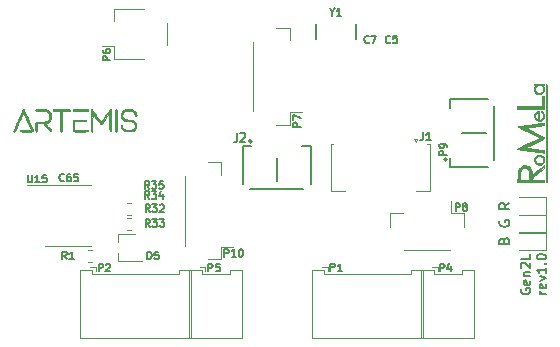
<source format=gbr>
G04 #@! TF.GenerationSoftware,KiCad,Pcbnew,(5.1.10)-1*
G04 #@! TF.CreationDate,2022-10-27T19:37:03-07:00*
G04 #@! TF.ProjectId,Motor_Gen2L,4d6f746f-725f-4476-956e-324c2e6b6963,rev?*
G04 #@! TF.SameCoordinates,Original*
G04 #@! TF.FileFunction,Legend,Top*
G04 #@! TF.FilePolarity,Positive*
%FSLAX46Y46*%
G04 Gerber Fmt 4.6, Leading zero omitted, Abs format (unit mm)*
G04 Created by KiCad (PCBNEW (5.1.10)-1) date 2022-10-27 19:37:03*
%MOMM*%
%LPD*%
G01*
G04 APERTURE LIST*
%ADD10C,0.160000*%
%ADD11C,0.152400*%
%ADD12C,0.120000*%
%ADD13C,0.150000*%
%ADD14C,0.010000*%
%ADD15C,0.127000*%
%ADD16R,0.700000X0.290000*%
%ADD17R,1.000000X0.300000*%
%ADD18R,0.290000X0.700000*%
%ADD19R,0.300000X1.000000*%
%ADD20R,0.400000X1.900000*%
%ADD21R,0.520000X1.600000*%
%ADD22R,0.300000X0.600000*%
%ADD23O,0.800000X1.300000*%
%ADD24C,0.800000*%
%ADD25C,5.400000*%
%ADD26R,0.700000X0.450000*%
G04 APERTURE END LIST*
D10*
X120670000Y-118086476D02*
X120631904Y-118162666D01*
X120631904Y-118276952D01*
X120670000Y-118391238D01*
X120746190Y-118467428D01*
X120822380Y-118505523D01*
X120974761Y-118543619D01*
X121089047Y-118543619D01*
X121241428Y-118505523D01*
X121317619Y-118467428D01*
X121393809Y-118391238D01*
X121431904Y-118276952D01*
X121431904Y-118200761D01*
X121393809Y-118086476D01*
X121355714Y-118048380D01*
X121089047Y-118048380D01*
X121089047Y-118200761D01*
X121393809Y-117400761D02*
X121431904Y-117476952D01*
X121431904Y-117629333D01*
X121393809Y-117705523D01*
X121317619Y-117743619D01*
X121012857Y-117743619D01*
X120936666Y-117705523D01*
X120898571Y-117629333D01*
X120898571Y-117476952D01*
X120936666Y-117400761D01*
X121012857Y-117362666D01*
X121089047Y-117362666D01*
X121165238Y-117743619D01*
X120898571Y-117019809D02*
X121431904Y-117019809D01*
X120974761Y-117019809D02*
X120936666Y-116981714D01*
X120898571Y-116905523D01*
X120898571Y-116791238D01*
X120936666Y-116715047D01*
X121012857Y-116676952D01*
X121431904Y-116676952D01*
X120708095Y-116334095D02*
X120670000Y-116296000D01*
X120631904Y-116219809D01*
X120631904Y-116029333D01*
X120670000Y-115953142D01*
X120708095Y-115915047D01*
X120784285Y-115876952D01*
X120860476Y-115876952D01*
X120974761Y-115915047D01*
X121431904Y-116372190D01*
X121431904Y-115876952D01*
X121431904Y-115153142D02*
X121431904Y-115534095D01*
X120631904Y-115534095D01*
X122791904Y-118505523D02*
X122258571Y-118505523D01*
X122410952Y-118505523D02*
X122334761Y-118467428D01*
X122296666Y-118429333D01*
X122258571Y-118353142D01*
X122258571Y-118276952D01*
X122753809Y-117705523D02*
X122791904Y-117781714D01*
X122791904Y-117934095D01*
X122753809Y-118010285D01*
X122677619Y-118048380D01*
X122372857Y-118048380D01*
X122296666Y-118010285D01*
X122258571Y-117934095D01*
X122258571Y-117781714D01*
X122296666Y-117705523D01*
X122372857Y-117667428D01*
X122449047Y-117667428D01*
X122525238Y-118048380D01*
X122258571Y-117400761D02*
X122791904Y-117210285D01*
X122258571Y-117019809D01*
X122791904Y-116296000D02*
X122791904Y-116753142D01*
X122791904Y-116524571D02*
X121991904Y-116524571D01*
X122106190Y-116600761D01*
X122182380Y-116676952D01*
X122220476Y-116753142D01*
X122715714Y-115953142D02*
X122753809Y-115915047D01*
X122791904Y-115953142D01*
X122753809Y-115991238D01*
X122715714Y-115953142D01*
X122791904Y-115953142D01*
X121991904Y-115419809D02*
X121991904Y-115343619D01*
X122030000Y-115267428D01*
X122068095Y-115229333D01*
X122144285Y-115191238D01*
X122296666Y-115153142D01*
X122487142Y-115153142D01*
X122639523Y-115191238D01*
X122715714Y-115229333D01*
X122753809Y-115267428D01*
X122791904Y-115343619D01*
X122791904Y-115419809D01*
X122753809Y-115496000D01*
X122715714Y-115534095D01*
X122639523Y-115572190D01*
X122487142Y-115610285D01*
X122296666Y-115610285D01*
X122144285Y-115572190D01*
X122068095Y-115534095D01*
X122030000Y-115496000D01*
X121991904Y-115419809D01*
D11*
X119239285Y-114010304D02*
X119279761Y-113888876D01*
X119320238Y-113848400D01*
X119401190Y-113807923D01*
X119522619Y-113807923D01*
X119603571Y-113848400D01*
X119644047Y-113888876D01*
X119684523Y-113969828D01*
X119684523Y-114293638D01*
X118834523Y-114293638D01*
X118834523Y-114010304D01*
X118875000Y-113929352D01*
X118915476Y-113888876D01*
X118996428Y-113848400D01*
X119077380Y-113848400D01*
X119158333Y-113888876D01*
X119198809Y-113929352D01*
X119239285Y-114010304D01*
X119239285Y-114293638D01*
X118875000Y-112350780D02*
X118834523Y-112431733D01*
X118834523Y-112553161D01*
X118875000Y-112674590D01*
X118955952Y-112755542D01*
X119036904Y-112796019D01*
X119198809Y-112836495D01*
X119320238Y-112836495D01*
X119482142Y-112796019D01*
X119563095Y-112755542D01*
X119644047Y-112674590D01*
X119684523Y-112553161D01*
X119684523Y-112472209D01*
X119644047Y-112350780D01*
X119603571Y-112310304D01*
X119320238Y-112310304D01*
X119320238Y-112472209D01*
X119684523Y-110812685D02*
X119279761Y-111096019D01*
X119684523Y-111298400D02*
X118834523Y-111298400D01*
X118834523Y-110974590D01*
X118875000Y-110893638D01*
X118915476Y-110853161D01*
X118996428Y-110812685D01*
X119117857Y-110812685D01*
X119198809Y-110853161D01*
X119239285Y-110893638D01*
X119279761Y-110974590D01*
X119279761Y-111298400D01*
D12*
X92190000Y-114440000D02*
X92190000Y-108560000D01*
X95310000Y-107390000D02*
X95310000Y-108440000D01*
X94160000Y-107390000D02*
X95310000Y-107390000D01*
X95310000Y-114560000D02*
X96300000Y-114560000D01*
X95310000Y-115610000D02*
X95310000Y-114560000D01*
X94160000Y-115610000D02*
X95310000Y-115610000D01*
X97990000Y-103040000D02*
X97990000Y-97160000D01*
X101110000Y-95990000D02*
X101110000Y-97040000D01*
X99960000Y-95990000D02*
X101110000Y-95990000D01*
X101110000Y-103160000D02*
X102100000Y-103160000D01*
X101110000Y-104210000D02*
X101110000Y-103160000D01*
X99960000Y-104210000D02*
X101110000Y-104210000D01*
X115810000Y-112840000D02*
X115810000Y-111690000D01*
X115810000Y-111690000D02*
X114760000Y-111690000D01*
X114760000Y-111690000D02*
X114760000Y-110700000D01*
X109590000Y-112840000D02*
X109590000Y-111690000D01*
X109590000Y-111690000D02*
X110640000Y-111690000D01*
X114640000Y-114810000D02*
X110760000Y-114810000D01*
X90685000Y-97440000D02*
X90685000Y-95560000D01*
X86215000Y-94390000D02*
X86215000Y-95440000D01*
X88715000Y-94390000D02*
X86215000Y-94390000D01*
X86215000Y-97560000D02*
X85225000Y-97560000D01*
X86215000Y-98610000D02*
X86215000Y-97560000D01*
X88715000Y-98610000D02*
X86215000Y-98610000D01*
D13*
X115700000Y-104900000D02*
X117700000Y-104900000D01*
X114441421Y-107150000D02*
G75*
G03*
X114441421Y-107150000I-141421J0D01*
G01*
X117900000Y-102050000D02*
X114700000Y-102050000D01*
X118350000Y-107150000D02*
X118350000Y-102650000D01*
X114700000Y-107750000D02*
X117900000Y-107750000D01*
X114700000Y-102750000D02*
X114700000Y-102050000D01*
X114700000Y-107050000D02*
X114700000Y-107750000D01*
X100000000Y-107000000D02*
X100000000Y-109000000D01*
X97891421Y-105600000D02*
G75*
G03*
X97891421Y-105600000I-141421J0D01*
G01*
X102850000Y-109200000D02*
X102850000Y-106000000D01*
X97750000Y-109650000D02*
X102250000Y-109650000D01*
X97150000Y-106000000D02*
X97150000Y-109200000D01*
X102150000Y-106000000D02*
X102850000Y-106000000D01*
X97850000Y-106000000D02*
X97150000Y-106000000D01*
X106700000Y-95650000D02*
X106700000Y-96950000D01*
X103300000Y-95650000D02*
X103300000Y-96950000D01*
D14*
G36*
X122764003Y-104421371D02*
G01*
X122764026Y-103968915D01*
X122764086Y-103555306D01*
X122764201Y-103178799D01*
X122764388Y-102837651D01*
X122764665Y-102530119D01*
X122765050Y-102254459D01*
X122765561Y-102008928D01*
X122766215Y-101791781D01*
X122767031Y-101601276D01*
X122768025Y-101435669D01*
X122769216Y-101293216D01*
X122770622Y-101172174D01*
X122772260Y-101070800D01*
X122774147Y-100987348D01*
X122776302Y-100920078D01*
X122778743Y-100867243D01*
X122781487Y-100827102D01*
X122784552Y-100797911D01*
X122787955Y-100777925D01*
X122791715Y-100765402D01*
X122795849Y-100758598D01*
X122800375Y-100755769D01*
X122805310Y-100755172D01*
X122806333Y-100755166D01*
X122811351Y-100755529D01*
X122815956Y-100757780D01*
X122820166Y-100763663D01*
X122823998Y-100774921D01*
X122827470Y-100793298D01*
X122830600Y-100820537D01*
X122833406Y-100858382D01*
X122835905Y-100908576D01*
X122838115Y-100972864D01*
X122840054Y-101052987D01*
X122841740Y-101150691D01*
X122843190Y-101267719D01*
X122844422Y-101405813D01*
X122845454Y-101566719D01*
X122846303Y-101752178D01*
X122846988Y-101963936D01*
X122847525Y-102203734D01*
X122847934Y-102473318D01*
X122848231Y-102774430D01*
X122848435Y-103108813D01*
X122848562Y-103478213D01*
X122848631Y-103884371D01*
X122848660Y-104329032D01*
X122848666Y-104813939D01*
X122848666Y-104914416D01*
X122848662Y-105407462D01*
X122848640Y-105859918D01*
X122848580Y-106273527D01*
X122848465Y-106650034D01*
X122848278Y-106991182D01*
X122848001Y-107298714D01*
X122847616Y-107574374D01*
X122847105Y-107819905D01*
X122846450Y-108037052D01*
X122845635Y-108227557D01*
X122844640Y-108393164D01*
X122843449Y-108535617D01*
X122842044Y-108656659D01*
X122840406Y-108758033D01*
X122838518Y-108841485D01*
X122836363Y-108908755D01*
X122833922Y-108961590D01*
X122831179Y-109001731D01*
X122828114Y-109030922D01*
X122824710Y-109050908D01*
X122820951Y-109063431D01*
X122816817Y-109070235D01*
X122812291Y-109073064D01*
X122807356Y-109073661D01*
X122806333Y-109073666D01*
X122801315Y-109073304D01*
X122796709Y-109071053D01*
X122792500Y-109065170D01*
X122788668Y-109053912D01*
X122785195Y-109035535D01*
X122782065Y-109008296D01*
X122779259Y-108970451D01*
X122776760Y-108920257D01*
X122774550Y-108855969D01*
X122772611Y-108775846D01*
X122770926Y-108678142D01*
X122769476Y-108561114D01*
X122768244Y-108423020D01*
X122767212Y-108262114D01*
X122766363Y-108076655D01*
X122765678Y-107864897D01*
X122765140Y-107625099D01*
X122764732Y-107355515D01*
X122764435Y-107054403D01*
X122764231Y-106720020D01*
X122764104Y-106350620D01*
X122764034Y-105944462D01*
X122764006Y-105499801D01*
X122764000Y-105014894D01*
X122764000Y-104914416D01*
X122764003Y-104421371D01*
G37*
X122764003Y-104421371D02*
X122764026Y-103968915D01*
X122764086Y-103555306D01*
X122764201Y-103178799D01*
X122764388Y-102837651D01*
X122764665Y-102530119D01*
X122765050Y-102254459D01*
X122765561Y-102008928D01*
X122766215Y-101791781D01*
X122767031Y-101601276D01*
X122768025Y-101435669D01*
X122769216Y-101293216D01*
X122770622Y-101172174D01*
X122772260Y-101070800D01*
X122774147Y-100987348D01*
X122776302Y-100920078D01*
X122778743Y-100867243D01*
X122781487Y-100827102D01*
X122784552Y-100797911D01*
X122787955Y-100777925D01*
X122791715Y-100765402D01*
X122795849Y-100758598D01*
X122800375Y-100755769D01*
X122805310Y-100755172D01*
X122806333Y-100755166D01*
X122811351Y-100755529D01*
X122815956Y-100757780D01*
X122820166Y-100763663D01*
X122823998Y-100774921D01*
X122827470Y-100793298D01*
X122830600Y-100820537D01*
X122833406Y-100858382D01*
X122835905Y-100908576D01*
X122838115Y-100972864D01*
X122840054Y-101052987D01*
X122841740Y-101150691D01*
X122843190Y-101267719D01*
X122844422Y-101405813D01*
X122845454Y-101566719D01*
X122846303Y-101752178D01*
X122846988Y-101963936D01*
X122847525Y-102203734D01*
X122847934Y-102473318D01*
X122848231Y-102774430D01*
X122848435Y-103108813D01*
X122848562Y-103478213D01*
X122848631Y-103884371D01*
X122848660Y-104329032D01*
X122848666Y-104813939D01*
X122848666Y-104914416D01*
X122848662Y-105407462D01*
X122848640Y-105859918D01*
X122848580Y-106273527D01*
X122848465Y-106650034D01*
X122848278Y-106991182D01*
X122848001Y-107298714D01*
X122847616Y-107574374D01*
X122847105Y-107819905D01*
X122846450Y-108037052D01*
X122845635Y-108227557D01*
X122844640Y-108393164D01*
X122843449Y-108535617D01*
X122842044Y-108656659D01*
X122840406Y-108758033D01*
X122838518Y-108841485D01*
X122836363Y-108908755D01*
X122833922Y-108961590D01*
X122831179Y-109001731D01*
X122828114Y-109030922D01*
X122824710Y-109050908D01*
X122820951Y-109063431D01*
X122816817Y-109070235D01*
X122812291Y-109073064D01*
X122807356Y-109073661D01*
X122806333Y-109073666D01*
X122801315Y-109073304D01*
X122796709Y-109071053D01*
X122792500Y-109065170D01*
X122788668Y-109053912D01*
X122785195Y-109035535D01*
X122782065Y-109008296D01*
X122779259Y-108970451D01*
X122776760Y-108920257D01*
X122774550Y-108855969D01*
X122772611Y-108775846D01*
X122770926Y-108678142D01*
X122769476Y-108561114D01*
X122768244Y-108423020D01*
X122767212Y-108262114D01*
X122766363Y-108076655D01*
X122765678Y-107864897D01*
X122765140Y-107625099D01*
X122764732Y-107355515D01*
X122764435Y-107054403D01*
X122764231Y-106720020D01*
X122764104Y-106350620D01*
X122764034Y-105944462D01*
X122764006Y-105499801D01*
X122764000Y-105014894D01*
X122764000Y-104914416D01*
X122764003Y-104421371D01*
G36*
X120377648Y-108602708D02*
G01*
X120382644Y-108424407D01*
X120389302Y-108282266D01*
X120398962Y-108170115D01*
X120412961Y-108081781D01*
X120432635Y-108011093D01*
X120459324Y-107951879D01*
X120494365Y-107897969D01*
X120539096Y-107843189D01*
X120543328Y-107838363D01*
X120650325Y-107740004D01*
X120768785Y-107678828D01*
X120906930Y-107651211D01*
X120973511Y-107648748D01*
X121136442Y-107666170D01*
X121276640Y-107716994D01*
X121391383Y-107800111D01*
X121420303Y-107831022D01*
X121481057Y-107914551D01*
X121526428Y-108009152D01*
X121560615Y-108125639D01*
X121584745Y-108254611D01*
X121610416Y-108419806D01*
X122107833Y-108034859D01*
X122234597Y-107936741D01*
X122351225Y-107846438D01*
X122453309Y-107767366D01*
X122536441Y-107702940D01*
X122596211Y-107656577D01*
X122628211Y-107631691D01*
X122631708Y-107628948D01*
X122646210Y-107626520D01*
X122654490Y-107651838D01*
X122657880Y-107710875D01*
X122658166Y-107747565D01*
X122658166Y-107887147D01*
X122129723Y-108295198D01*
X121982308Y-108409253D01*
X121865094Y-108500729D01*
X121774634Y-108572734D01*
X121707479Y-108628375D01*
X121660182Y-108670761D01*
X121629292Y-108702998D01*
X121611363Y-108728193D01*
X121602946Y-108749455D01*
X121600592Y-108769891D01*
X121600557Y-108772041D01*
X121599833Y-108840833D01*
X122658166Y-108840833D01*
X122658166Y-109073666D01*
X121367000Y-109073666D01*
X121367000Y-108840833D01*
X121366881Y-108539208D01*
X121365309Y-108423161D01*
X121361082Y-108315724D01*
X121354798Y-108227249D01*
X121347056Y-108168086D01*
X121344901Y-108158865D01*
X121293400Y-108046616D01*
X121211924Y-107959771D01*
X121107377Y-107903621D01*
X120986659Y-107883451D01*
X120985382Y-107883449D01*
X120859849Y-107902132D01*
X120753589Y-107956460D01*
X120671902Y-108043483D01*
X120651191Y-108076449D01*
X120636128Y-108108174D01*
X120625641Y-108146116D01*
X120618659Y-108197735D01*
X120614110Y-108270492D01*
X120610921Y-108371844D01*
X120608507Y-108484675D01*
X120601431Y-108840833D01*
X121367000Y-108840833D01*
X121367000Y-109073666D01*
X120366707Y-109073666D01*
X120377648Y-108602708D01*
G37*
X120377648Y-108602708D02*
X120382644Y-108424407D01*
X120389302Y-108282266D01*
X120398962Y-108170115D01*
X120412961Y-108081781D01*
X120432635Y-108011093D01*
X120459324Y-107951879D01*
X120494365Y-107897969D01*
X120539096Y-107843189D01*
X120543328Y-107838363D01*
X120650325Y-107740004D01*
X120768785Y-107678828D01*
X120906930Y-107651211D01*
X120973511Y-107648748D01*
X121136442Y-107666170D01*
X121276640Y-107716994D01*
X121391383Y-107800111D01*
X121420303Y-107831022D01*
X121481057Y-107914551D01*
X121526428Y-108009152D01*
X121560615Y-108125639D01*
X121584745Y-108254611D01*
X121610416Y-108419806D01*
X122107833Y-108034859D01*
X122234597Y-107936741D01*
X122351225Y-107846438D01*
X122453309Y-107767366D01*
X122536441Y-107702940D01*
X122596211Y-107656577D01*
X122628211Y-107631691D01*
X122631708Y-107628948D01*
X122646210Y-107626520D01*
X122654490Y-107651838D01*
X122657880Y-107710875D01*
X122658166Y-107747565D01*
X122658166Y-107887147D01*
X122129723Y-108295198D01*
X121982308Y-108409253D01*
X121865094Y-108500729D01*
X121774634Y-108572734D01*
X121707479Y-108628375D01*
X121660182Y-108670761D01*
X121629292Y-108702998D01*
X121611363Y-108728193D01*
X121602946Y-108749455D01*
X121600592Y-108769891D01*
X121600557Y-108772041D01*
X121599833Y-108840833D01*
X122658166Y-108840833D01*
X122658166Y-109073666D01*
X121367000Y-109073666D01*
X121367000Y-108840833D01*
X121366881Y-108539208D01*
X121365309Y-108423161D01*
X121361082Y-108315724D01*
X121354798Y-108227249D01*
X121347056Y-108168086D01*
X121344901Y-108158865D01*
X121293400Y-108046616D01*
X121211924Y-107959771D01*
X121107377Y-107903621D01*
X120986659Y-107883451D01*
X120985382Y-107883449D01*
X120859849Y-107902132D01*
X120753589Y-107956460D01*
X120671902Y-108043483D01*
X120651191Y-108076449D01*
X120636128Y-108108174D01*
X120625641Y-108146116D01*
X120618659Y-108197735D01*
X120614110Y-108270492D01*
X120610921Y-108371844D01*
X120608507Y-108484675D01*
X120601431Y-108840833D01*
X121367000Y-108840833D01*
X121367000Y-109073666D01*
X120366707Y-109073666D01*
X120377648Y-108602708D01*
G36*
X121773683Y-107157798D02*
G01*
X121775365Y-107132947D01*
X121792967Y-107023347D01*
X121825439Y-106937338D01*
X121830030Y-106929515D01*
X121912991Y-106832269D01*
X122017405Y-106766004D01*
X122135187Y-106731376D01*
X122258253Y-106729039D01*
X122378519Y-106759648D01*
X122487899Y-106823859D01*
X122538995Y-106872072D01*
X122615934Y-106985005D01*
X122651732Y-107106955D01*
X122645998Y-107235998D01*
X122627161Y-107303344D01*
X122567595Y-107411102D01*
X122474661Y-107503613D01*
X122395327Y-107553845D01*
X122331066Y-107579667D01*
X122260703Y-107589769D01*
X122243134Y-107589384D01*
X122243134Y-107484952D01*
X122345699Y-107458391D01*
X122436247Y-107402259D01*
X122504595Y-107319388D01*
X122510779Y-107307865D01*
X122542353Y-107207087D01*
X122542233Y-107101941D01*
X122511153Y-107007159D01*
X122494506Y-106981040D01*
X122407019Y-106893392D01*
X122306661Y-106842944D01*
X122200390Y-106829492D01*
X122095162Y-106852836D01*
X121997936Y-106912771D01*
X121923128Y-106997675D01*
X121881247Y-107094342D01*
X121877974Y-107196114D01*
X121911383Y-107295895D01*
X121979545Y-107386584D01*
X122042675Y-107438038D01*
X122138732Y-107479112D01*
X122243134Y-107484952D01*
X122243134Y-107589384D01*
X122178804Y-107587973D01*
X122042906Y-107560903D01*
X121930470Y-107498649D01*
X121841903Y-107401465D01*
X121816575Y-107359166D01*
X121786735Y-107294508D01*
X121773669Y-107234140D01*
X121773683Y-107157798D01*
G37*
X121773683Y-107157798D02*
X121775365Y-107132947D01*
X121792967Y-107023347D01*
X121825439Y-106937338D01*
X121830030Y-106929515D01*
X121912991Y-106832269D01*
X122017405Y-106766004D01*
X122135187Y-106731376D01*
X122258253Y-106729039D01*
X122378519Y-106759648D01*
X122487899Y-106823859D01*
X122538995Y-106872072D01*
X122615934Y-106985005D01*
X122651732Y-107106955D01*
X122645998Y-107235998D01*
X122627161Y-107303344D01*
X122567595Y-107411102D01*
X122474661Y-107503613D01*
X122395327Y-107553845D01*
X122331066Y-107579667D01*
X122260703Y-107589769D01*
X122243134Y-107589384D01*
X122243134Y-107484952D01*
X122345699Y-107458391D01*
X122436247Y-107402259D01*
X122504595Y-107319388D01*
X122510779Y-107307865D01*
X122542353Y-107207087D01*
X122542233Y-107101941D01*
X122511153Y-107007159D01*
X122494506Y-106981040D01*
X122407019Y-106893392D01*
X122306661Y-106842944D01*
X122200390Y-106829492D01*
X122095162Y-106852836D01*
X121997936Y-106912771D01*
X121923128Y-106997675D01*
X121881247Y-107094342D01*
X121877974Y-107196114D01*
X121911383Y-107295895D01*
X121979545Y-107386584D01*
X122042675Y-107438038D01*
X122138732Y-107479112D01*
X122243134Y-107484952D01*
X122243134Y-107589384D01*
X122178804Y-107587973D01*
X122042906Y-107560903D01*
X121930470Y-107498649D01*
X121841903Y-107401465D01*
X121816575Y-107359166D01*
X121786735Y-107294508D01*
X121773669Y-107234140D01*
X121773683Y-107157798D01*
G36*
X120390581Y-106227994D02*
G01*
X120443407Y-106198803D01*
X120527014Y-106154743D01*
X120637776Y-106097666D01*
X120772062Y-106029426D01*
X120926244Y-105951878D01*
X121096695Y-105866875D01*
X121279784Y-105776270D01*
X121308791Y-105761977D01*
X122245416Y-105300725D01*
X121304922Y-104837332D01*
X121103475Y-104737525D01*
X120921203Y-104646118D01*
X120760872Y-104564559D01*
X120625247Y-104494294D01*
X120517095Y-104436773D01*
X120439182Y-104393440D01*
X120394274Y-104365746D01*
X120384172Y-104355526D01*
X120408403Y-104349065D01*
X120470540Y-104337440D01*
X120566555Y-104321278D01*
X120692418Y-104301207D01*
X120844101Y-104277854D01*
X121017573Y-104251846D01*
X121208807Y-104223811D01*
X121413772Y-104194377D01*
X121472833Y-104186004D01*
X121682431Y-104156306D01*
X121880691Y-104128087D01*
X122063392Y-104101954D01*
X122226314Y-104078519D01*
X122365237Y-104058390D01*
X122475941Y-104042177D01*
X122554206Y-104030490D01*
X122595813Y-104023939D01*
X122599958Y-104023182D01*
X122634120Y-104018394D01*
X122651340Y-104028375D01*
X122657421Y-104062743D01*
X122658166Y-104119649D01*
X122653020Y-104192017D01*
X122638617Y-104231960D01*
X122631708Y-104236993D01*
X122605360Y-104241867D01*
X122541871Y-104251745D01*
X122446049Y-104265936D01*
X122322701Y-104283745D01*
X122176634Y-104304480D01*
X122012655Y-104327445D01*
X121835572Y-104351948D01*
X121822902Y-104353690D01*
X121646137Y-104378113D01*
X121483044Y-104400891D01*
X121338268Y-104421357D01*
X121216449Y-104438844D01*
X121122230Y-104452686D01*
X121060254Y-104462215D01*
X121035161Y-104466764D01*
X121034870Y-104466907D01*
X121052020Y-104477095D01*
X121103364Y-104503906D01*
X121185046Y-104545411D01*
X121293208Y-104599680D01*
X121423994Y-104664782D01*
X121573547Y-104738789D01*
X121738010Y-104819770D01*
X121843676Y-104871606D01*
X122045580Y-104971209D01*
X122222728Y-105060009D01*
X122372863Y-105136818D01*
X122493730Y-105200449D01*
X122583072Y-105249713D01*
X122638634Y-105283422D01*
X122658159Y-105300388D01*
X122658166Y-105300546D01*
X122639386Y-105317163D01*
X122584557Y-105350583D01*
X122495946Y-105399610D01*
X122375822Y-105463046D01*
X122226450Y-105539696D01*
X122050099Y-105628363D01*
X121849036Y-105727851D01*
X121840688Y-105731952D01*
X121668828Y-105816617D01*
X121509604Y-105895563D01*
X121366852Y-105966849D01*
X121244408Y-106028537D01*
X121146106Y-106078688D01*
X121075782Y-106115364D01*
X121037273Y-106136625D01*
X121031063Y-106141224D01*
X121052648Y-106145450D01*
X121110608Y-106154560D01*
X121199364Y-106167777D01*
X121313337Y-106184325D01*
X121446948Y-106203428D01*
X121594620Y-106224310D01*
X121750773Y-106246196D01*
X121909829Y-106268308D01*
X122066208Y-106289872D01*
X122214333Y-106310110D01*
X122348625Y-106328248D01*
X122463504Y-106343508D01*
X122553393Y-106355115D01*
X122612713Y-106362294D01*
X122634932Y-106364333D01*
X122649160Y-106383851D01*
X122657147Y-106436226D01*
X122658166Y-106470166D01*
X122656227Y-106533206D01*
X122647204Y-106564670D01*
X122626285Y-106575255D01*
X122610541Y-106576061D01*
X122581691Y-106573171D01*
X122515839Y-106564938D01*
X122417884Y-106552049D01*
X122292725Y-106535193D01*
X122145260Y-106515057D01*
X121980390Y-106492331D01*
X121803013Y-106467703D01*
X121618028Y-106441859D01*
X121430334Y-106415490D01*
X121244831Y-106389283D01*
X121066417Y-106363925D01*
X120899992Y-106340107D01*
X120750455Y-106318514D01*
X120622705Y-106299837D01*
X120521641Y-106284762D01*
X120452161Y-106273978D01*
X120419791Y-106268317D01*
X120382688Y-106253581D01*
X120372166Y-106240461D01*
X120390581Y-106227994D01*
G37*
X120390581Y-106227994D02*
X120443407Y-106198803D01*
X120527014Y-106154743D01*
X120637776Y-106097666D01*
X120772062Y-106029426D01*
X120926244Y-105951878D01*
X121096695Y-105866875D01*
X121279784Y-105776270D01*
X121308791Y-105761977D01*
X122245416Y-105300725D01*
X121304922Y-104837332D01*
X121103475Y-104737525D01*
X120921203Y-104646118D01*
X120760872Y-104564559D01*
X120625247Y-104494294D01*
X120517095Y-104436773D01*
X120439182Y-104393440D01*
X120394274Y-104365746D01*
X120384172Y-104355526D01*
X120408403Y-104349065D01*
X120470540Y-104337440D01*
X120566555Y-104321278D01*
X120692418Y-104301207D01*
X120844101Y-104277854D01*
X121017573Y-104251846D01*
X121208807Y-104223811D01*
X121413772Y-104194377D01*
X121472833Y-104186004D01*
X121682431Y-104156306D01*
X121880691Y-104128087D01*
X122063392Y-104101954D01*
X122226314Y-104078519D01*
X122365237Y-104058390D01*
X122475941Y-104042177D01*
X122554206Y-104030490D01*
X122595813Y-104023939D01*
X122599958Y-104023182D01*
X122634120Y-104018394D01*
X122651340Y-104028375D01*
X122657421Y-104062743D01*
X122658166Y-104119649D01*
X122653020Y-104192017D01*
X122638617Y-104231960D01*
X122631708Y-104236993D01*
X122605360Y-104241867D01*
X122541871Y-104251745D01*
X122446049Y-104265936D01*
X122322701Y-104283745D01*
X122176634Y-104304480D01*
X122012655Y-104327445D01*
X121835572Y-104351948D01*
X121822902Y-104353690D01*
X121646137Y-104378113D01*
X121483044Y-104400891D01*
X121338268Y-104421357D01*
X121216449Y-104438844D01*
X121122230Y-104452686D01*
X121060254Y-104462215D01*
X121035161Y-104466764D01*
X121034870Y-104466907D01*
X121052020Y-104477095D01*
X121103364Y-104503906D01*
X121185046Y-104545411D01*
X121293208Y-104599680D01*
X121423994Y-104664782D01*
X121573547Y-104738789D01*
X121738010Y-104819770D01*
X121843676Y-104871606D01*
X122045580Y-104971209D01*
X122222728Y-105060009D01*
X122372863Y-105136818D01*
X122493730Y-105200449D01*
X122583072Y-105249713D01*
X122638634Y-105283422D01*
X122658159Y-105300388D01*
X122658166Y-105300546D01*
X122639386Y-105317163D01*
X122584557Y-105350583D01*
X122495946Y-105399610D01*
X122375822Y-105463046D01*
X122226450Y-105539696D01*
X122050099Y-105628363D01*
X121849036Y-105727851D01*
X121840688Y-105731952D01*
X121668828Y-105816617D01*
X121509604Y-105895563D01*
X121366852Y-105966849D01*
X121244408Y-106028537D01*
X121146106Y-106078688D01*
X121075782Y-106115364D01*
X121037273Y-106136625D01*
X121031063Y-106141224D01*
X121052648Y-106145450D01*
X121110608Y-106154560D01*
X121199364Y-106167777D01*
X121313337Y-106184325D01*
X121446948Y-106203428D01*
X121594620Y-106224310D01*
X121750773Y-106246196D01*
X121909829Y-106268308D01*
X122066208Y-106289872D01*
X122214333Y-106310110D01*
X122348625Y-106328248D01*
X122463504Y-106343508D01*
X122553393Y-106355115D01*
X122612713Y-106362294D01*
X122634932Y-106364333D01*
X122649160Y-106383851D01*
X122657147Y-106436226D01*
X122658166Y-106470166D01*
X122656227Y-106533206D01*
X122647204Y-106564670D01*
X122626285Y-106575255D01*
X122610541Y-106576061D01*
X122581691Y-106573171D01*
X122515839Y-106564938D01*
X122417884Y-106552049D01*
X122292725Y-106535193D01*
X122145260Y-106515057D01*
X121980390Y-106492331D01*
X121803013Y-106467703D01*
X121618028Y-106441859D01*
X121430334Y-106415490D01*
X121244831Y-106389283D01*
X121066417Y-106363925D01*
X120899992Y-106340107D01*
X120750455Y-106318514D01*
X120622705Y-106299837D01*
X120521641Y-106284762D01*
X120452161Y-106273978D01*
X120419791Y-106268317D01*
X120382688Y-106253581D01*
X120372166Y-106240461D01*
X120390581Y-106227994D01*
G36*
X121782492Y-103348550D02*
G01*
X121829087Y-103229368D01*
X121909991Y-103131946D01*
X122022200Y-103060841D01*
X122063366Y-103044685D01*
X122115277Y-103026969D01*
X122153627Y-103017818D01*
X122180463Y-103022112D01*
X122197835Y-103044731D01*
X122207793Y-103090556D01*
X122212385Y-103164468D01*
X122213661Y-103271347D01*
X122213666Y-103402682D01*
X122213666Y-103785363D01*
X122282458Y-103770654D01*
X122394328Y-103728324D01*
X122478293Y-103659659D01*
X122532250Y-103571889D01*
X122554091Y-103472244D01*
X122541712Y-103367954D01*
X122493007Y-103266248D01*
X122445799Y-103209799D01*
X122396118Y-103149869D01*
X122375747Y-103101711D01*
X122385762Y-103070853D01*
X122417014Y-103062333D01*
X122459566Y-103079756D01*
X122511276Y-103125010D01*
X122563377Y-103187574D01*
X122607104Y-103256927D01*
X122633641Y-103322348D01*
X122652786Y-103417175D01*
X122654089Y-103493077D01*
X122637090Y-103569732D01*
X122627161Y-103599178D01*
X122565768Y-103713652D01*
X122476997Y-103800823D01*
X122367867Y-103858063D01*
X122245402Y-103882740D01*
X122116623Y-103872225D01*
X122105040Y-103868094D01*
X122105040Y-103760833D01*
X122115494Y-103744368D01*
X122122840Y-103693346D01*
X122127268Y-103605330D01*
X122128968Y-103477879D01*
X122129000Y-103453916D01*
X122128051Y-103326695D01*
X122124940Y-103237129D01*
X122119264Y-103180579D01*
X122110625Y-103152404D01*
X122102541Y-103147079D01*
X122048989Y-103163668D01*
X121988445Y-103205607D01*
X121935044Y-103261565D01*
X121910347Y-103301158D01*
X121879059Y-103408652D01*
X121881983Y-103516925D01*
X121916644Y-103615828D01*
X121980568Y-103695213D01*
X122012043Y-103718166D01*
X122062922Y-103746002D01*
X122100501Y-103760320D01*
X122105040Y-103760833D01*
X122105040Y-103868094D01*
X122004734Y-103832315D01*
X121894802Y-103758961D01*
X121820989Y-103664837D01*
X121780861Y-103546290D01*
X121773211Y-103484931D01*
X121782492Y-103348550D01*
G37*
X121782492Y-103348550D02*
X121829087Y-103229368D01*
X121909991Y-103131946D01*
X122022200Y-103060841D01*
X122063366Y-103044685D01*
X122115277Y-103026969D01*
X122153627Y-103017818D01*
X122180463Y-103022112D01*
X122197835Y-103044731D01*
X122207793Y-103090556D01*
X122212385Y-103164468D01*
X122213661Y-103271347D01*
X122213666Y-103402682D01*
X122213666Y-103785363D01*
X122282458Y-103770654D01*
X122394328Y-103728324D01*
X122478293Y-103659659D01*
X122532250Y-103571889D01*
X122554091Y-103472244D01*
X122541712Y-103367954D01*
X122493007Y-103266248D01*
X122445799Y-103209799D01*
X122396118Y-103149869D01*
X122375747Y-103101711D01*
X122385762Y-103070853D01*
X122417014Y-103062333D01*
X122459566Y-103079756D01*
X122511276Y-103125010D01*
X122563377Y-103187574D01*
X122607104Y-103256927D01*
X122633641Y-103322348D01*
X122652786Y-103417175D01*
X122654089Y-103493077D01*
X122637090Y-103569732D01*
X122627161Y-103599178D01*
X122565768Y-103713652D01*
X122476997Y-103800823D01*
X122367867Y-103858063D01*
X122245402Y-103882740D01*
X122116623Y-103872225D01*
X122105040Y-103868094D01*
X122105040Y-103760833D01*
X122115494Y-103744368D01*
X122122840Y-103693346D01*
X122127268Y-103605330D01*
X122128968Y-103477879D01*
X122129000Y-103453916D01*
X122128051Y-103326695D01*
X122124940Y-103237129D01*
X122119264Y-103180579D01*
X122110625Y-103152404D01*
X122102541Y-103147079D01*
X122048989Y-103163668D01*
X121988445Y-103205607D01*
X121935044Y-103261565D01*
X121910347Y-103301158D01*
X121879059Y-103408652D01*
X121881983Y-103516925D01*
X121916644Y-103615828D01*
X121980568Y-103695213D01*
X122012043Y-103718166D01*
X122062922Y-103746002D01*
X122100501Y-103760320D01*
X122105040Y-103760833D01*
X122105040Y-103868094D01*
X122004734Y-103832315D01*
X121894802Y-103758961D01*
X121820989Y-103664837D01*
X121780861Y-103546290D01*
X121773211Y-103484931D01*
X121782492Y-103348550D01*
G36*
X122425333Y-102617833D02*
G01*
X122425333Y-101750000D01*
X122658166Y-101750000D01*
X122658166Y-102850666D01*
X120372166Y-102850666D01*
X120372166Y-102617833D01*
X122425333Y-102617833D01*
G37*
X122425333Y-102617833D02*
X122425333Y-101750000D01*
X122658166Y-101750000D01*
X122658166Y-102850666D01*
X120372166Y-102850666D01*
X120372166Y-102617833D01*
X122425333Y-102617833D01*
G36*
X121796631Y-101055500D02*
G01*
X121855762Y-100952898D01*
X121877987Y-100928031D01*
X121943523Y-100861000D01*
X121866928Y-100861000D01*
X121815750Y-100857345D01*
X121794340Y-100840703D01*
X121790333Y-100808083D01*
X121790333Y-100755166D01*
X122637000Y-100755166D01*
X122637000Y-100808083D01*
X122631679Y-100843493D01*
X122607489Y-100858267D01*
X122560723Y-100861000D01*
X122484447Y-100861000D01*
X122548985Y-100934505D01*
X122620849Y-101044715D01*
X122651903Y-101163531D01*
X122641499Y-101287759D01*
X122628964Y-101329099D01*
X122565839Y-101453563D01*
X122477624Y-101543932D01*
X122364354Y-101600181D01*
X122226067Y-101622285D01*
X122201692Y-101622652D01*
X122183304Y-101621091D01*
X122183304Y-101512870D01*
X122299393Y-101504340D01*
X122398494Y-101462782D01*
X122476237Y-101394877D01*
X122528254Y-101307302D01*
X122550178Y-101206738D01*
X122537639Y-101099865D01*
X122504360Y-101021953D01*
X122431617Y-100935484D01*
X122333853Y-100880480D01*
X122218312Y-100861001D01*
X122217195Y-100861000D01*
X122095892Y-100878907D01*
X121997393Y-100930195D01*
X121925859Y-101011215D01*
X121885446Y-101118318D01*
X121879809Y-101157058D01*
X121886547Y-101276754D01*
X121929011Y-101376548D01*
X122003611Y-101452229D01*
X122106757Y-101499589D01*
X122183304Y-101512870D01*
X122183304Y-101621091D01*
X122095839Y-101613661D01*
X122010408Y-101584502D01*
X121992297Y-101574847D01*
X121892417Y-101497084D01*
X121821481Y-101398182D01*
X121780919Y-101286227D01*
X121772159Y-101169305D01*
X121796631Y-101055500D01*
G37*
X121796631Y-101055500D02*
X121855762Y-100952898D01*
X121877987Y-100928031D01*
X121943523Y-100861000D01*
X121866928Y-100861000D01*
X121815750Y-100857345D01*
X121794340Y-100840703D01*
X121790333Y-100808083D01*
X121790333Y-100755166D01*
X122637000Y-100755166D01*
X122637000Y-100808083D01*
X122631679Y-100843493D01*
X122607489Y-100858267D01*
X122560723Y-100861000D01*
X122484447Y-100861000D01*
X122548985Y-100934505D01*
X122620849Y-101044715D01*
X122651903Y-101163531D01*
X122641499Y-101287759D01*
X122628964Y-101329099D01*
X122565839Y-101453563D01*
X122477624Y-101543932D01*
X122364354Y-101600181D01*
X122226067Y-101622285D01*
X122201692Y-101622652D01*
X122183304Y-101621091D01*
X122183304Y-101512870D01*
X122299393Y-101504340D01*
X122398494Y-101462782D01*
X122476237Y-101394877D01*
X122528254Y-101307302D01*
X122550178Y-101206738D01*
X122537639Y-101099865D01*
X122504360Y-101021953D01*
X122431617Y-100935484D01*
X122333853Y-100880480D01*
X122218312Y-100861001D01*
X122217195Y-100861000D01*
X122095892Y-100878907D01*
X121997393Y-100930195D01*
X121925859Y-101011215D01*
X121885446Y-101118318D01*
X121879809Y-101157058D01*
X121886547Y-101276754D01*
X121929011Y-101376548D01*
X122003611Y-101452229D01*
X122106757Y-101499589D01*
X122183304Y-101512870D01*
X122183304Y-101621091D01*
X122095839Y-101613661D01*
X122010408Y-101584502D01*
X121992297Y-101574847D01*
X121892417Y-101497084D01*
X121821481Y-101398182D01*
X121780919Y-101286227D01*
X121772159Y-101169305D01*
X121796631Y-101055500D01*
G36*
X83507872Y-102898343D02*
G01*
X83626748Y-102898526D01*
X83724543Y-102898926D01*
X83803416Y-102899621D01*
X83865526Y-102900689D01*
X83913034Y-102902208D01*
X83948098Y-102904255D01*
X83972879Y-102906910D01*
X83989534Y-102910249D01*
X84000224Y-102914351D01*
X84007108Y-102919293D01*
X84009281Y-102921525D01*
X84028272Y-102958855D01*
X84023531Y-102998336D01*
X84004900Y-103025300D01*
X83998350Y-103031125D01*
X83989911Y-103035985D01*
X83977384Y-103039967D01*
X83958569Y-103043157D01*
X83931268Y-103045644D01*
X83893280Y-103047514D01*
X83842407Y-103048856D01*
X83776450Y-103049757D01*
X83693209Y-103050304D01*
X83590484Y-103050585D01*
X83466078Y-103050687D01*
X83366375Y-103050700D01*
X83223573Y-103050617D01*
X83104027Y-103050326D01*
X83005593Y-103049760D01*
X82926126Y-103048853D01*
X82863484Y-103047539D01*
X82815521Y-103045752D01*
X82780096Y-103043425D01*
X82755062Y-103040494D01*
X82738277Y-103036891D01*
X82727597Y-103032550D01*
X82725025Y-103030929D01*
X82702361Y-103001388D01*
X82697790Y-102963786D01*
X82711770Y-102928343D01*
X82720025Y-102919318D01*
X82727256Y-102914494D01*
X82738793Y-102910462D01*
X82756777Y-102907152D01*
X82783351Y-102904495D01*
X82820657Y-102902420D01*
X82870838Y-102900858D01*
X82936034Y-102899739D01*
X83018390Y-102898994D01*
X83120046Y-102898552D01*
X83243146Y-102898344D01*
X83365756Y-102898300D01*
X83507872Y-102898343D01*
G37*
X83507872Y-102898343D02*
X83626748Y-102898526D01*
X83724543Y-102898926D01*
X83803416Y-102899621D01*
X83865526Y-102900689D01*
X83913034Y-102902208D01*
X83948098Y-102904255D01*
X83972879Y-102906910D01*
X83989534Y-102910249D01*
X84000224Y-102914351D01*
X84007108Y-102919293D01*
X84009281Y-102921525D01*
X84028272Y-102958855D01*
X84023531Y-102998336D01*
X84004900Y-103025300D01*
X83998350Y-103031125D01*
X83989911Y-103035985D01*
X83977384Y-103039967D01*
X83958569Y-103043157D01*
X83931268Y-103045644D01*
X83893280Y-103047514D01*
X83842407Y-103048856D01*
X83776450Y-103049757D01*
X83693209Y-103050304D01*
X83590484Y-103050585D01*
X83466078Y-103050687D01*
X83366375Y-103050700D01*
X83223573Y-103050617D01*
X83104027Y-103050326D01*
X83005593Y-103049760D01*
X82926126Y-103048853D01*
X82863484Y-103047539D01*
X82815521Y-103045752D01*
X82780096Y-103043425D01*
X82755062Y-103040494D01*
X82738277Y-103036891D01*
X82727597Y-103032550D01*
X82725025Y-103030929D01*
X82702361Y-103001388D01*
X82697790Y-102963786D01*
X82711770Y-102928343D01*
X82720025Y-102919318D01*
X82727256Y-102914494D01*
X82738793Y-102910462D01*
X82756777Y-102907152D01*
X82783351Y-102904495D01*
X82820657Y-102902420D01*
X82870838Y-102900858D01*
X82936034Y-102899739D01*
X83018390Y-102898994D01*
X83120046Y-102898552D01*
X83243146Y-102898344D01*
X83365756Y-102898300D01*
X83507872Y-102898343D01*
G36*
X87817957Y-102945202D02*
G01*
X87916748Y-103005169D01*
X87997392Y-103082054D01*
X88058397Y-103173916D01*
X88098271Y-103278812D01*
X88107658Y-103322178D01*
X88114909Y-103370040D01*
X88115905Y-103401067D01*
X88110280Y-103423128D01*
X88102325Y-103437275D01*
X88070397Y-103468794D01*
X88033101Y-103478057D01*
X88006029Y-103470136D01*
X87991061Y-103459528D01*
X87980566Y-103443045D01*
X87972517Y-103414995D01*
X87964889Y-103369688D01*
X87961413Y-103344809D01*
X87938299Y-103264550D01*
X87893700Y-103190187D01*
X87831513Y-103126687D01*
X87755636Y-103079021D01*
X87751400Y-103077073D01*
X87729043Y-103068020D01*
X87705049Y-103061340D01*
X87675240Y-103056675D01*
X87635438Y-103053669D01*
X87581465Y-103051965D01*
X87509145Y-103051207D01*
X87446600Y-103051049D01*
X87366445Y-103051651D01*
X87292012Y-103053450D01*
X87228194Y-103056233D01*
X87179884Y-103059784D01*
X87151976Y-103063888D01*
X87151645Y-103063979D01*
X87090794Y-103091269D01*
X87030082Y-103136561D01*
X86977205Y-103193603D01*
X86958243Y-103221072D01*
X86934925Y-103265006D01*
X86921843Y-103309119D01*
X86915523Y-103365480D01*
X86915226Y-103370505D01*
X86916374Y-103457573D01*
X86932223Y-103529394D01*
X86964938Y-103592812D01*
X86999333Y-103636203D01*
X87032007Y-103671431D01*
X87061590Y-103698908D01*
X87091843Y-103719691D01*
X87126531Y-103734834D01*
X87169415Y-103745393D01*
X87224257Y-103752425D01*
X87294821Y-103756985D01*
X87384869Y-103760128D01*
X87446600Y-103761696D01*
X87732350Y-103768539D01*
X87815684Y-103807883D01*
X87909999Y-103865270D01*
X87988841Y-103939316D01*
X88050297Y-104026487D01*
X88092455Y-104123251D01*
X88113402Y-104226076D01*
X88111227Y-104331430D01*
X88108510Y-104348833D01*
X88076780Y-104458802D01*
X88023421Y-104557257D01*
X87950501Y-104641474D01*
X87860087Y-104708730D01*
X87818395Y-104730792D01*
X87732350Y-104771550D01*
X87465650Y-104774430D01*
X87366041Y-104775025D01*
X87288029Y-104774273D01*
X87227838Y-104771991D01*
X87181692Y-104767996D01*
X87145812Y-104762106D01*
X87129517Y-104758110D01*
X87030366Y-104718192D01*
X86942500Y-104658209D01*
X86868886Y-104581702D01*
X86812492Y-104492210D01*
X86776286Y-104393273D01*
X86764771Y-104323112D01*
X86761548Y-104276313D01*
X86762616Y-104247762D01*
X86769432Y-104230464D01*
X86783450Y-104217428D01*
X86787343Y-104214648D01*
X86828035Y-104196000D01*
X86861745Y-104201570D01*
X86888099Y-104231050D01*
X86906722Y-104284132D01*
X86912774Y-104317686D01*
X86929076Y-104393012D01*
X86956951Y-104453815D01*
X87001288Y-104510075D01*
X87012721Y-104521821D01*
X87044563Y-104552219D01*
X87074245Y-104575575D01*
X87105755Y-104592876D01*
X87143078Y-104605114D01*
X87190201Y-104613277D01*
X87251109Y-104618356D01*
X87329789Y-104621339D01*
X87420582Y-104623073D01*
X87522215Y-104624055D01*
X87602429Y-104623009D01*
X87665180Y-104619096D01*
X87714420Y-104611478D01*
X87754104Y-104599317D01*
X87788185Y-104581775D01*
X87820618Y-104558013D01*
X87850150Y-104532017D01*
X87909696Y-104464536D01*
X87946676Y-104390587D01*
X87963911Y-104304444D01*
X87964236Y-104300589D01*
X87960425Y-104205797D01*
X87932779Y-104119614D01*
X87880929Y-104040929D01*
X87876167Y-104035428D01*
X87845360Y-104001713D01*
X87816914Y-103975378D01*
X87787137Y-103955414D01*
X87752335Y-103940813D01*
X87708815Y-103930569D01*
X87652883Y-103923673D01*
X87580847Y-103919119D01*
X87489012Y-103915898D01*
X87432618Y-103914426D01*
X87145587Y-103907334D01*
X87049439Y-103859815D01*
X86950577Y-103797807D01*
X86870122Y-103718359D01*
X86807365Y-103620760D01*
X86802988Y-103611941D01*
X86786750Y-103575955D01*
X86776388Y-103543577D01*
X86770593Y-103507216D01*
X86768056Y-103459280D01*
X86767487Y-103406077D01*
X86767866Y-103344393D01*
X86770355Y-103300274D01*
X86776435Y-103265893D01*
X86787584Y-103233423D01*
X86805279Y-103195036D01*
X86808649Y-103188162D01*
X86859401Y-103107324D01*
X86926387Y-103033340D01*
X87002972Y-102972540D01*
X87074685Y-102934301D01*
X87099630Y-102924751D01*
X87123513Y-102917502D01*
X87150228Y-102912239D01*
X87183669Y-102908645D01*
X87227730Y-102906406D01*
X87286306Y-102905204D01*
X87363290Y-102904725D01*
X87440250Y-102904650D01*
X87732350Y-102904650D01*
X87817957Y-102945202D01*
G37*
X87817957Y-102945202D02*
X87916748Y-103005169D01*
X87997392Y-103082054D01*
X88058397Y-103173916D01*
X88098271Y-103278812D01*
X88107658Y-103322178D01*
X88114909Y-103370040D01*
X88115905Y-103401067D01*
X88110280Y-103423128D01*
X88102325Y-103437275D01*
X88070397Y-103468794D01*
X88033101Y-103478057D01*
X88006029Y-103470136D01*
X87991061Y-103459528D01*
X87980566Y-103443045D01*
X87972517Y-103414995D01*
X87964889Y-103369688D01*
X87961413Y-103344809D01*
X87938299Y-103264550D01*
X87893700Y-103190187D01*
X87831513Y-103126687D01*
X87755636Y-103079021D01*
X87751400Y-103077073D01*
X87729043Y-103068020D01*
X87705049Y-103061340D01*
X87675240Y-103056675D01*
X87635438Y-103053669D01*
X87581465Y-103051965D01*
X87509145Y-103051207D01*
X87446600Y-103051049D01*
X87366445Y-103051651D01*
X87292012Y-103053450D01*
X87228194Y-103056233D01*
X87179884Y-103059784D01*
X87151976Y-103063888D01*
X87151645Y-103063979D01*
X87090794Y-103091269D01*
X87030082Y-103136561D01*
X86977205Y-103193603D01*
X86958243Y-103221072D01*
X86934925Y-103265006D01*
X86921843Y-103309119D01*
X86915523Y-103365480D01*
X86915226Y-103370505D01*
X86916374Y-103457573D01*
X86932223Y-103529394D01*
X86964938Y-103592812D01*
X86999333Y-103636203D01*
X87032007Y-103671431D01*
X87061590Y-103698908D01*
X87091843Y-103719691D01*
X87126531Y-103734834D01*
X87169415Y-103745393D01*
X87224257Y-103752425D01*
X87294821Y-103756985D01*
X87384869Y-103760128D01*
X87446600Y-103761696D01*
X87732350Y-103768539D01*
X87815684Y-103807883D01*
X87909999Y-103865270D01*
X87988841Y-103939316D01*
X88050297Y-104026487D01*
X88092455Y-104123251D01*
X88113402Y-104226076D01*
X88111227Y-104331430D01*
X88108510Y-104348833D01*
X88076780Y-104458802D01*
X88023421Y-104557257D01*
X87950501Y-104641474D01*
X87860087Y-104708730D01*
X87818395Y-104730792D01*
X87732350Y-104771550D01*
X87465650Y-104774430D01*
X87366041Y-104775025D01*
X87288029Y-104774273D01*
X87227838Y-104771991D01*
X87181692Y-104767996D01*
X87145812Y-104762106D01*
X87129517Y-104758110D01*
X87030366Y-104718192D01*
X86942500Y-104658209D01*
X86868886Y-104581702D01*
X86812492Y-104492210D01*
X86776286Y-104393273D01*
X86764771Y-104323112D01*
X86761548Y-104276313D01*
X86762616Y-104247762D01*
X86769432Y-104230464D01*
X86783450Y-104217428D01*
X86787343Y-104214648D01*
X86828035Y-104196000D01*
X86861745Y-104201570D01*
X86888099Y-104231050D01*
X86906722Y-104284132D01*
X86912774Y-104317686D01*
X86929076Y-104393012D01*
X86956951Y-104453815D01*
X87001288Y-104510075D01*
X87012721Y-104521821D01*
X87044563Y-104552219D01*
X87074245Y-104575575D01*
X87105755Y-104592876D01*
X87143078Y-104605114D01*
X87190201Y-104613277D01*
X87251109Y-104618356D01*
X87329789Y-104621339D01*
X87420582Y-104623073D01*
X87522215Y-104624055D01*
X87602429Y-104623009D01*
X87665180Y-104619096D01*
X87714420Y-104611478D01*
X87754104Y-104599317D01*
X87788185Y-104581775D01*
X87820618Y-104558013D01*
X87850150Y-104532017D01*
X87909696Y-104464536D01*
X87946676Y-104390587D01*
X87963911Y-104304444D01*
X87964236Y-104300589D01*
X87960425Y-104205797D01*
X87932779Y-104119614D01*
X87880929Y-104040929D01*
X87876167Y-104035428D01*
X87845360Y-104001713D01*
X87816914Y-103975378D01*
X87787137Y-103955414D01*
X87752335Y-103940813D01*
X87708815Y-103930569D01*
X87652883Y-103923673D01*
X87580847Y-103919119D01*
X87489012Y-103915898D01*
X87432618Y-103914426D01*
X87145587Y-103907334D01*
X87049439Y-103859815D01*
X86950577Y-103797807D01*
X86870122Y-103718359D01*
X86807365Y-103620760D01*
X86802988Y-103611941D01*
X86786750Y-103575955D01*
X86776388Y-103543577D01*
X86770593Y-103507216D01*
X86768056Y-103459280D01*
X86767487Y-103406077D01*
X86767866Y-103344393D01*
X86770355Y-103300274D01*
X86776435Y-103265893D01*
X86787584Y-103233423D01*
X86805279Y-103195036D01*
X86808649Y-103188162D01*
X86859401Y-103107324D01*
X86926387Y-103033340D01*
X87002972Y-102972540D01*
X87074685Y-102934301D01*
X87099630Y-102924751D01*
X87123513Y-102917502D01*
X87150228Y-102912239D01*
X87183669Y-102908645D01*
X87227730Y-102906406D01*
X87286306Y-102905204D01*
X87363290Y-102904725D01*
X87440250Y-102904650D01*
X87732350Y-102904650D01*
X87817957Y-102945202D01*
G36*
X86417423Y-102907974D02*
G01*
X86434981Y-102921525D01*
X86439049Y-102927692D01*
X86442560Y-102937740D01*
X86445555Y-102953435D01*
X86448074Y-102976547D01*
X86450157Y-103008843D01*
X86451846Y-103052091D01*
X86453180Y-103108059D01*
X86454200Y-103178515D01*
X86454946Y-103265227D01*
X86455458Y-103369964D01*
X86455777Y-103494493D01*
X86455944Y-103640582D01*
X86455999Y-103810000D01*
X86456000Y-103841554D01*
X86456000Y-104738359D01*
X86427774Y-104758129D01*
X86389527Y-104775957D01*
X86356836Y-104769705D01*
X86329921Y-104744437D01*
X86324784Y-104737475D01*
X86320364Y-104729379D01*
X86316605Y-104718306D01*
X86313454Y-104702414D01*
X86310859Y-104679863D01*
X86308764Y-104648809D01*
X86307117Y-104607411D01*
X86305864Y-104553828D01*
X86304950Y-104486217D01*
X86304322Y-104402737D01*
X86303927Y-104301545D01*
X86303711Y-104180801D01*
X86303620Y-104038662D01*
X86303600Y-103873286D01*
X86303600Y-103841902D01*
X86303638Y-103668346D01*
X86303809Y-103518398D01*
X86304195Y-103390266D01*
X86304878Y-103282160D01*
X86305943Y-103192287D01*
X86307471Y-103118857D01*
X86309546Y-103060076D01*
X86312249Y-103014154D01*
X86315665Y-102979299D01*
X86319876Y-102953719D01*
X86324965Y-102935623D01*
X86331014Y-102923219D01*
X86338106Y-102914716D01*
X86346325Y-102908321D01*
X86346776Y-102908019D01*
X86380972Y-102898705D01*
X86417423Y-102907974D01*
G37*
X86417423Y-102907974D02*
X86434981Y-102921525D01*
X86439049Y-102927692D01*
X86442560Y-102937740D01*
X86445555Y-102953435D01*
X86448074Y-102976547D01*
X86450157Y-103008843D01*
X86451846Y-103052091D01*
X86453180Y-103108059D01*
X86454200Y-103178515D01*
X86454946Y-103265227D01*
X86455458Y-103369964D01*
X86455777Y-103494493D01*
X86455944Y-103640582D01*
X86455999Y-103810000D01*
X86456000Y-103841554D01*
X86456000Y-104738359D01*
X86427774Y-104758129D01*
X86389527Y-104775957D01*
X86356836Y-104769705D01*
X86329921Y-104744437D01*
X86324784Y-104737475D01*
X86320364Y-104729379D01*
X86316605Y-104718306D01*
X86313454Y-104702414D01*
X86310859Y-104679863D01*
X86308764Y-104648809D01*
X86307117Y-104607411D01*
X86305864Y-104553828D01*
X86304950Y-104486217D01*
X86304322Y-104402737D01*
X86303927Y-104301545D01*
X86303711Y-104180801D01*
X86303620Y-104038662D01*
X86303600Y-103873286D01*
X86303600Y-103841902D01*
X86303638Y-103668346D01*
X86303809Y-103518398D01*
X86304195Y-103390266D01*
X86304878Y-103282160D01*
X86305943Y-103192287D01*
X86307471Y-103118857D01*
X86309546Y-103060076D01*
X86312249Y-103014154D01*
X86315665Y-102979299D01*
X86319876Y-102953719D01*
X86324965Y-102935623D01*
X86331014Y-102923219D01*
X86338106Y-102914716D01*
X86346325Y-102908321D01*
X86346776Y-102908019D01*
X86380972Y-102898705D01*
X86417423Y-102907974D01*
G36*
X84315128Y-102899165D02*
G01*
X84333507Y-102910142D01*
X84356348Y-102930763D01*
X84384982Y-102962465D01*
X84420737Y-103006686D01*
X84464942Y-103064864D01*
X84518926Y-103138437D01*
X84584017Y-103228842D01*
X84661545Y-103337518D01*
X84724009Y-103425350D01*
X84796541Y-103527086D01*
X84864788Y-103622253D01*
X84927318Y-103708888D01*
X84982696Y-103785032D01*
X85029488Y-103848726D01*
X85066260Y-103898007D01*
X85091579Y-103930917D01*
X85104011Y-103945496D01*
X85104901Y-103946050D01*
X85114133Y-103935999D01*
X85136575Y-103907154D01*
X85170791Y-103861478D01*
X85215351Y-103800930D01*
X85268820Y-103727473D01*
X85329766Y-103643068D01*
X85396755Y-103549676D01*
X85468354Y-103449258D01*
X85485342Y-103425350D01*
X85570123Y-103306142D01*
X85641623Y-103206130D01*
X85701098Y-103123681D01*
X85749808Y-103057163D01*
X85789009Y-103004945D01*
X85819960Y-102965395D01*
X85843920Y-102936881D01*
X85862145Y-102917771D01*
X85875893Y-102906435D01*
X85886424Y-102901239D01*
X85889951Y-102900523D01*
X85927795Y-102905785D01*
X85949123Y-102918366D01*
X85953804Y-102923350D01*
X85957842Y-102930411D01*
X85961284Y-102941339D01*
X85964177Y-102957926D01*
X85966570Y-102981962D01*
X85968509Y-103015237D01*
X85970043Y-103059541D01*
X85971218Y-103116666D01*
X85972082Y-103188401D01*
X85972682Y-103276536D01*
X85973067Y-103382864D01*
X85973283Y-103509173D01*
X85973378Y-103657254D01*
X85973399Y-103828898D01*
X85973400Y-103833718D01*
X85973384Y-104005897D01*
X85973305Y-104154475D01*
X85973112Y-104281251D01*
X85972755Y-104388022D01*
X85972186Y-104476588D01*
X85971353Y-104548747D01*
X85970208Y-104606298D01*
X85968701Y-104651040D01*
X85966781Y-104684771D01*
X85964400Y-104709289D01*
X85961508Y-104726394D01*
X85958054Y-104737885D01*
X85953989Y-104745559D01*
X85949264Y-104751216D01*
X85948000Y-104752500D01*
X85911870Y-104775016D01*
X85873793Y-104772208D01*
X85852002Y-104759878D01*
X85846882Y-104755355D01*
X85842499Y-104748559D01*
X85838775Y-104737553D01*
X85835634Y-104720404D01*
X85833000Y-104695177D01*
X85830794Y-104659935D01*
X85828942Y-104612746D01*
X85827365Y-104551673D01*
X85825987Y-104474782D01*
X85824732Y-104380138D01*
X85823522Y-104265806D01*
X85822280Y-104129851D01*
X85821000Y-103978598D01*
X85814650Y-103215339D01*
X85485928Y-103679580D01*
X85417208Y-103776168D01*
X85352291Y-103866527D01*
X85292775Y-103948493D01*
X85240259Y-104019905D01*
X85196342Y-104078601D01*
X85162624Y-104122418D01*
X85140703Y-104149195D01*
X85133023Y-104156764D01*
X85101945Y-104164052D01*
X85084304Y-104161919D01*
X85072099Y-104150220D01*
X85046915Y-104119825D01*
X85010338Y-104072853D01*
X84963952Y-104011420D01*
X84909341Y-103937642D01*
X84848089Y-103853637D01*
X84781781Y-103761520D01*
X84726009Y-103683199D01*
X84392250Y-103212266D01*
X84385900Y-103977061D01*
X84384558Y-104135565D01*
X84383322Y-104270602D01*
X84382112Y-104384105D01*
X84380855Y-104478007D01*
X84379471Y-104554242D01*
X84377886Y-104614741D01*
X84376022Y-104661439D01*
X84373804Y-104696266D01*
X84371154Y-104721158D01*
X84367996Y-104738046D01*
X84364253Y-104748863D01*
X84359849Y-104755542D01*
X84354897Y-104759878D01*
X84315717Y-104776606D01*
X84278526Y-104768013D01*
X84258900Y-104752500D01*
X84253993Y-104747050D01*
X84249763Y-104740019D01*
X84246159Y-104729605D01*
X84243131Y-104714004D01*
X84240629Y-104691412D01*
X84238602Y-104660027D01*
X84237000Y-104618044D01*
X84235775Y-104563661D01*
X84234874Y-104495074D01*
X84234249Y-104410480D01*
X84233849Y-104308076D01*
X84233625Y-104186058D01*
X84233525Y-104042623D01*
X84233500Y-103875968D01*
X84233500Y-103838100D01*
X84233512Y-103666425D01*
X84233582Y-103518345D01*
X84233763Y-103392055D01*
X84234106Y-103285751D01*
X84234663Y-103197628D01*
X84235484Y-103125880D01*
X84236623Y-103068703D01*
X84238129Y-103024291D01*
X84240056Y-102990841D01*
X84242454Y-102966547D01*
X84245375Y-102949604D01*
X84248871Y-102938207D01*
X84252993Y-102930552D01*
X84257793Y-102924834D01*
X84259669Y-102922930D01*
X84273483Y-102909713D01*
X84286445Y-102900388D01*
X84299884Y-102896393D01*
X84315128Y-102899165D01*
G37*
X84315128Y-102899165D02*
X84333507Y-102910142D01*
X84356348Y-102930763D01*
X84384982Y-102962465D01*
X84420737Y-103006686D01*
X84464942Y-103064864D01*
X84518926Y-103138437D01*
X84584017Y-103228842D01*
X84661545Y-103337518D01*
X84724009Y-103425350D01*
X84796541Y-103527086D01*
X84864788Y-103622253D01*
X84927318Y-103708888D01*
X84982696Y-103785032D01*
X85029488Y-103848726D01*
X85066260Y-103898007D01*
X85091579Y-103930917D01*
X85104011Y-103945496D01*
X85104901Y-103946050D01*
X85114133Y-103935999D01*
X85136575Y-103907154D01*
X85170791Y-103861478D01*
X85215351Y-103800930D01*
X85268820Y-103727473D01*
X85329766Y-103643068D01*
X85396755Y-103549676D01*
X85468354Y-103449258D01*
X85485342Y-103425350D01*
X85570123Y-103306142D01*
X85641623Y-103206130D01*
X85701098Y-103123681D01*
X85749808Y-103057163D01*
X85789009Y-103004945D01*
X85819960Y-102965395D01*
X85843920Y-102936881D01*
X85862145Y-102917771D01*
X85875893Y-102906435D01*
X85886424Y-102901239D01*
X85889951Y-102900523D01*
X85927795Y-102905785D01*
X85949123Y-102918366D01*
X85953804Y-102923350D01*
X85957842Y-102930411D01*
X85961284Y-102941339D01*
X85964177Y-102957926D01*
X85966570Y-102981962D01*
X85968509Y-103015237D01*
X85970043Y-103059541D01*
X85971218Y-103116666D01*
X85972082Y-103188401D01*
X85972682Y-103276536D01*
X85973067Y-103382864D01*
X85973283Y-103509173D01*
X85973378Y-103657254D01*
X85973399Y-103828898D01*
X85973400Y-103833718D01*
X85973384Y-104005897D01*
X85973305Y-104154475D01*
X85973112Y-104281251D01*
X85972755Y-104388022D01*
X85972186Y-104476588D01*
X85971353Y-104548747D01*
X85970208Y-104606298D01*
X85968701Y-104651040D01*
X85966781Y-104684771D01*
X85964400Y-104709289D01*
X85961508Y-104726394D01*
X85958054Y-104737885D01*
X85953989Y-104745559D01*
X85949264Y-104751216D01*
X85948000Y-104752500D01*
X85911870Y-104775016D01*
X85873793Y-104772208D01*
X85852002Y-104759878D01*
X85846882Y-104755355D01*
X85842499Y-104748559D01*
X85838775Y-104737553D01*
X85835634Y-104720404D01*
X85833000Y-104695177D01*
X85830794Y-104659935D01*
X85828942Y-104612746D01*
X85827365Y-104551673D01*
X85825987Y-104474782D01*
X85824732Y-104380138D01*
X85823522Y-104265806D01*
X85822280Y-104129851D01*
X85821000Y-103978598D01*
X85814650Y-103215339D01*
X85485928Y-103679580D01*
X85417208Y-103776168D01*
X85352291Y-103866527D01*
X85292775Y-103948493D01*
X85240259Y-104019905D01*
X85196342Y-104078601D01*
X85162624Y-104122418D01*
X85140703Y-104149195D01*
X85133023Y-104156764D01*
X85101945Y-104164052D01*
X85084304Y-104161919D01*
X85072099Y-104150220D01*
X85046915Y-104119825D01*
X85010338Y-104072853D01*
X84963952Y-104011420D01*
X84909341Y-103937642D01*
X84848089Y-103853637D01*
X84781781Y-103761520D01*
X84726009Y-103683199D01*
X84392250Y-103212266D01*
X84385900Y-103977061D01*
X84384558Y-104135565D01*
X84383322Y-104270602D01*
X84382112Y-104384105D01*
X84380855Y-104478007D01*
X84379471Y-104554242D01*
X84377886Y-104614741D01*
X84376022Y-104661439D01*
X84373804Y-104696266D01*
X84371154Y-104721158D01*
X84367996Y-104738046D01*
X84364253Y-104748863D01*
X84359849Y-104755542D01*
X84354897Y-104759878D01*
X84315717Y-104776606D01*
X84278526Y-104768013D01*
X84258900Y-104752500D01*
X84253993Y-104747050D01*
X84249763Y-104740019D01*
X84246159Y-104729605D01*
X84243131Y-104714004D01*
X84240629Y-104691412D01*
X84238602Y-104660027D01*
X84237000Y-104618044D01*
X84235775Y-104563661D01*
X84234874Y-104495074D01*
X84234249Y-104410480D01*
X84233849Y-104308076D01*
X84233625Y-104186058D01*
X84233525Y-104042623D01*
X84233500Y-103875968D01*
X84233500Y-103838100D01*
X84233512Y-103666425D01*
X84233582Y-103518345D01*
X84233763Y-103392055D01*
X84234106Y-103285751D01*
X84234663Y-103197628D01*
X84235484Y-103125880D01*
X84236623Y-103068703D01*
X84238129Y-103024291D01*
X84240056Y-102990841D01*
X84242454Y-102966547D01*
X84245375Y-102949604D01*
X84248871Y-102938207D01*
X84252993Y-102930552D01*
X84257793Y-102924834D01*
X84259669Y-102922930D01*
X84273483Y-102909713D01*
X84286445Y-102900388D01*
X84299884Y-102896393D01*
X84315128Y-102899165D01*
G36*
X83851578Y-103795362D02*
G01*
X83872229Y-103825452D01*
X83874714Y-103847306D01*
X83858478Y-103870993D01*
X83846727Y-103883127D01*
X83815554Y-103914299D01*
X83326027Y-103914300D01*
X82836500Y-103914300D01*
X82836500Y-104625500D01*
X83405174Y-104625500D01*
X83547151Y-104625537D01*
X83665819Y-104625818D01*
X83763268Y-104626598D01*
X83841587Y-104628132D01*
X83902866Y-104630675D01*
X83949197Y-104634481D01*
X83982668Y-104639805D01*
X84005371Y-104646902D01*
X84019395Y-104656026D01*
X84026831Y-104667433D01*
X84029769Y-104681378D01*
X84030299Y-104698114D01*
X84030300Y-104701700D01*
X84030093Y-104718420D01*
X84028130Y-104732496D01*
X84022399Y-104744156D01*
X84010887Y-104753627D01*
X83991580Y-104761136D01*
X83962467Y-104766911D01*
X83921535Y-104771179D01*
X83866770Y-104774169D01*
X83796161Y-104776108D01*
X83707693Y-104777223D01*
X83599355Y-104777742D01*
X83469134Y-104777892D01*
X83356342Y-104777900D01*
X83214842Y-104777855D01*
X83096572Y-104777670D01*
X82999366Y-104777266D01*
X82921053Y-104776562D01*
X82859465Y-104775481D01*
X82812434Y-104773944D01*
X82777791Y-104771871D01*
X82753367Y-104769184D01*
X82736993Y-104765804D01*
X82726501Y-104761652D01*
X82719722Y-104756650D01*
X82717818Y-104754674D01*
X82712296Y-104746418D01*
X82707823Y-104733420D01*
X82704290Y-104713175D01*
X82701590Y-104683182D01*
X82699614Y-104640934D01*
X82698256Y-104583929D01*
X82697407Y-104509663D01*
X82696959Y-104415632D01*
X82696805Y-104299332D01*
X82696800Y-104266445D01*
X82696800Y-103801440D01*
X82725025Y-103781670D01*
X82734716Y-103776769D01*
X82750020Y-103772734D01*
X82773239Y-103769483D01*
X82806678Y-103766936D01*
X82852639Y-103765012D01*
X82913425Y-103763630D01*
X82991341Y-103762710D01*
X83088689Y-103762171D01*
X83207773Y-103761932D01*
X83289254Y-103761900D01*
X83825256Y-103761900D01*
X83851578Y-103795362D01*
G37*
X83851578Y-103795362D02*
X83872229Y-103825452D01*
X83874714Y-103847306D01*
X83858478Y-103870993D01*
X83846727Y-103883127D01*
X83815554Y-103914299D01*
X83326027Y-103914300D01*
X82836500Y-103914300D01*
X82836500Y-104625500D01*
X83405174Y-104625500D01*
X83547151Y-104625537D01*
X83665819Y-104625818D01*
X83763268Y-104626598D01*
X83841587Y-104628132D01*
X83902866Y-104630675D01*
X83949197Y-104634481D01*
X83982668Y-104639805D01*
X84005371Y-104646902D01*
X84019395Y-104656026D01*
X84026831Y-104667433D01*
X84029769Y-104681378D01*
X84030299Y-104698114D01*
X84030300Y-104701700D01*
X84030093Y-104718420D01*
X84028130Y-104732496D01*
X84022399Y-104744156D01*
X84010887Y-104753627D01*
X83991580Y-104761136D01*
X83962467Y-104766911D01*
X83921535Y-104771179D01*
X83866770Y-104774169D01*
X83796161Y-104776108D01*
X83707693Y-104777223D01*
X83599355Y-104777742D01*
X83469134Y-104777892D01*
X83356342Y-104777900D01*
X83214842Y-104777855D01*
X83096572Y-104777670D01*
X82999366Y-104777266D01*
X82921053Y-104776562D01*
X82859465Y-104775481D01*
X82812434Y-104773944D01*
X82777791Y-104771871D01*
X82753367Y-104769184D01*
X82736993Y-104765804D01*
X82726501Y-104761652D01*
X82719722Y-104756650D01*
X82717818Y-104754674D01*
X82712296Y-104746418D01*
X82707823Y-104733420D01*
X82704290Y-104713175D01*
X82701590Y-104683182D01*
X82699614Y-104640934D01*
X82698256Y-104583929D01*
X82697407Y-104509663D01*
X82696959Y-104415632D01*
X82696805Y-104299332D01*
X82696800Y-104266445D01*
X82696800Y-103801440D01*
X82725025Y-103781670D01*
X82734716Y-103776769D01*
X82750020Y-103772734D01*
X82773239Y-103769483D01*
X82806678Y-103766936D01*
X82852639Y-103765012D01*
X82913425Y-103763630D01*
X82991341Y-103762710D01*
X83088689Y-103762171D01*
X83207773Y-103761932D01*
X83289254Y-103761900D01*
X83825256Y-103761900D01*
X83851578Y-103795362D01*
G36*
X81899622Y-102898310D02*
G01*
X82029787Y-102898451D01*
X82138532Y-102898883D01*
X82227847Y-102899767D01*
X82299722Y-102901266D01*
X82356147Y-102903540D01*
X82399111Y-102906751D01*
X82430606Y-102911061D01*
X82452620Y-102916632D01*
X82467144Y-102923623D01*
X82476167Y-102932198D01*
X82481681Y-102942518D01*
X82485674Y-102954743D01*
X82486756Y-102958413D01*
X82486449Y-102986479D01*
X82465849Y-103016059D01*
X82463215Y-103018738D01*
X82431254Y-103050699D01*
X82125877Y-103050699D01*
X81820500Y-103050700D01*
X81820500Y-104738359D01*
X81792274Y-104758129D01*
X81751306Y-104776333D01*
X81715618Y-104770804D01*
X81711276Y-104768180D01*
X81702807Y-104761672D01*
X81695524Y-104753061D01*
X81689336Y-104740509D01*
X81684154Y-104722179D01*
X81679890Y-104696232D01*
X81676454Y-104660830D01*
X81673757Y-104614135D01*
X81671711Y-104554309D01*
X81670226Y-104479514D01*
X81669213Y-104387912D01*
X81668583Y-104277665D01*
X81668248Y-104146935D01*
X81668117Y-103993883D01*
X81668100Y-103877034D01*
X81668100Y-103050700D01*
X81363300Y-103050699D01*
X81267226Y-103050591D01*
X81193303Y-103050100D01*
X81138279Y-103048976D01*
X81098905Y-103046969D01*
X81071931Y-103043829D01*
X81054108Y-103039306D01*
X81042185Y-103033150D01*
X81033100Y-103025300D01*
X81011482Y-102989198D01*
X81011248Y-102950729D01*
X81030925Y-102919318D01*
X81037826Y-102914726D01*
X81048897Y-102910849D01*
X81066165Y-102907627D01*
X81091654Y-102905002D01*
X81127391Y-102902913D01*
X81175401Y-102901301D01*
X81237710Y-102900106D01*
X81316344Y-102899269D01*
X81413329Y-102898731D01*
X81530691Y-102898431D01*
X81670454Y-102898311D01*
X81746047Y-102898300D01*
X81899622Y-102898310D01*
G37*
X81899622Y-102898310D02*
X82029787Y-102898451D01*
X82138532Y-102898883D01*
X82227847Y-102899767D01*
X82299722Y-102901266D01*
X82356147Y-102903540D01*
X82399111Y-102906751D01*
X82430606Y-102911061D01*
X82452620Y-102916632D01*
X82467144Y-102923623D01*
X82476167Y-102932198D01*
X82481681Y-102942518D01*
X82485674Y-102954743D01*
X82486756Y-102958413D01*
X82486449Y-102986479D01*
X82465849Y-103016059D01*
X82463215Y-103018738D01*
X82431254Y-103050699D01*
X82125877Y-103050699D01*
X81820500Y-103050700D01*
X81820500Y-104738359D01*
X81792274Y-104758129D01*
X81751306Y-104776333D01*
X81715618Y-104770804D01*
X81711276Y-104768180D01*
X81702807Y-104761672D01*
X81695524Y-104753061D01*
X81689336Y-104740509D01*
X81684154Y-104722179D01*
X81679890Y-104696232D01*
X81676454Y-104660830D01*
X81673757Y-104614135D01*
X81671711Y-104554309D01*
X81670226Y-104479514D01*
X81669213Y-104387912D01*
X81668583Y-104277665D01*
X81668248Y-104146935D01*
X81668117Y-103993883D01*
X81668100Y-103877034D01*
X81668100Y-103050700D01*
X81363300Y-103050699D01*
X81267226Y-103050591D01*
X81193303Y-103050100D01*
X81138279Y-103048976D01*
X81098905Y-103046969D01*
X81071931Y-103043829D01*
X81054108Y-103039306D01*
X81042185Y-103033150D01*
X81033100Y-103025300D01*
X81011482Y-102989198D01*
X81011248Y-102950729D01*
X81030925Y-102919318D01*
X81037826Y-102914726D01*
X81048897Y-102910849D01*
X81066165Y-102907627D01*
X81091654Y-102905002D01*
X81127391Y-102902913D01*
X81175401Y-102901301D01*
X81237710Y-102900106D01*
X81316344Y-102899269D01*
X81413329Y-102898731D01*
X81530691Y-102898431D01*
X81670454Y-102898311D01*
X81746047Y-102898300D01*
X81899622Y-102898310D01*
G36*
X80119102Y-102898611D02*
G01*
X80220655Y-102899807D01*
X80303269Y-102902279D01*
X80370172Y-102906418D01*
X80424591Y-102912617D01*
X80469756Y-102921265D01*
X80508894Y-102932756D01*
X80545232Y-102947480D01*
X80581999Y-102965829D01*
X80590667Y-102970500D01*
X80654321Y-103014322D01*
X80719641Y-103074993D01*
X80780071Y-103145330D01*
X80829055Y-103218149D01*
X80845674Y-103249936D01*
X80878062Y-103345155D01*
X80893359Y-103451603D01*
X80891112Y-103561319D01*
X80870871Y-103666343D01*
X80869549Y-103670768D01*
X80824847Y-103775715D01*
X80759282Y-103870703D01*
X80676529Y-103952328D01*
X80580264Y-104017190D01*
X80474163Y-104061886D01*
X80436105Y-104071973D01*
X80374996Y-104085750D01*
X80628353Y-104358800D01*
X80693820Y-104429588D01*
X80754379Y-104495512D01*
X80807653Y-104553952D01*
X80851268Y-104602284D01*
X80882845Y-104637888D01*
X80900009Y-104658140D01*
X80901655Y-104660332D01*
X80914302Y-104695696D01*
X80908268Y-104730630D01*
X80888100Y-104759089D01*
X80858348Y-104775030D01*
X80823559Y-104772410D01*
X80818847Y-104770364D01*
X80804904Y-104758600D01*
X80775951Y-104730285D01*
X80734105Y-104687621D01*
X80681483Y-104632814D01*
X80620203Y-104568066D01*
X80552383Y-104495581D01*
X80487433Y-104425475D01*
X80179989Y-104092100D01*
X79712300Y-104092100D01*
X79712300Y-104409600D01*
X79712199Y-104507852D01*
X79711742Y-104583879D01*
X79710693Y-104640854D01*
X79708817Y-104681951D01*
X79705878Y-104710345D01*
X79701642Y-104729208D01*
X79695873Y-104741715D01*
X79688337Y-104751039D01*
X79686900Y-104752500D01*
X79659252Y-104771527D01*
X79636100Y-104777900D01*
X79608452Y-104769280D01*
X79585300Y-104752500D01*
X79577954Y-104744054D01*
X79572178Y-104733160D01*
X79567784Y-104716903D01*
X79564583Y-104692367D01*
X79562388Y-104656637D01*
X79561010Y-104606798D01*
X79560261Y-104539933D01*
X79559954Y-104453128D01*
X79559900Y-104358800D01*
X79559975Y-104252211D01*
X79560328Y-104168107D01*
X79561146Y-104103571D01*
X79562618Y-104055690D01*
X79564931Y-104021547D01*
X79568273Y-103998227D01*
X79572832Y-103982815D01*
X79578798Y-103972395D01*
X79585300Y-103965100D01*
X79593752Y-103957748D01*
X79604655Y-103951969D01*
X79620927Y-103947574D01*
X79645485Y-103944374D01*
X79681248Y-103942180D01*
X79731134Y-103940804D01*
X79798062Y-103940058D01*
X79884949Y-103939753D01*
X79978374Y-103939700D01*
X80087426Y-103939201D01*
X80186184Y-103937773D01*
X80271464Y-103935518D01*
X80340082Y-103932537D01*
X80388855Y-103928931D01*
X80410364Y-103925906D01*
X80481301Y-103900763D01*
X80553972Y-103858042D01*
X80620086Y-103803505D01*
X80669275Y-103745991D01*
X80717844Y-103654013D01*
X80743543Y-103556419D01*
X80746843Y-103457077D01*
X80728217Y-103359853D01*
X80688136Y-103268616D01*
X80627074Y-103187232D01*
X80597578Y-103158914D01*
X80564241Y-103130597D01*
X80533462Y-103107699D01*
X80502121Y-103089644D01*
X80467101Y-103075861D01*
X80425285Y-103065774D01*
X80373554Y-103058809D01*
X80308790Y-103054394D01*
X80227875Y-103051953D01*
X80127691Y-103050913D01*
X80009696Y-103050700D01*
X79622245Y-103050700D01*
X79591072Y-103019527D01*
X79565429Y-102985571D01*
X79563341Y-102955507D01*
X79584518Y-102924486D01*
X79585300Y-102923700D01*
X79593562Y-102916496D01*
X79604217Y-102910800D01*
X79620108Y-102906433D01*
X79644079Y-102903220D01*
X79678976Y-102900986D01*
X79727643Y-102899552D01*
X79792923Y-102898744D01*
X79877662Y-102898386D01*
X79984704Y-102898300D01*
X79995381Y-102898300D01*
X80119102Y-102898611D01*
G37*
X80119102Y-102898611D02*
X80220655Y-102899807D01*
X80303269Y-102902279D01*
X80370172Y-102906418D01*
X80424591Y-102912617D01*
X80469756Y-102921265D01*
X80508894Y-102932756D01*
X80545232Y-102947480D01*
X80581999Y-102965829D01*
X80590667Y-102970500D01*
X80654321Y-103014322D01*
X80719641Y-103074993D01*
X80780071Y-103145330D01*
X80829055Y-103218149D01*
X80845674Y-103249936D01*
X80878062Y-103345155D01*
X80893359Y-103451603D01*
X80891112Y-103561319D01*
X80870871Y-103666343D01*
X80869549Y-103670768D01*
X80824847Y-103775715D01*
X80759282Y-103870703D01*
X80676529Y-103952328D01*
X80580264Y-104017190D01*
X80474163Y-104061886D01*
X80436105Y-104071973D01*
X80374996Y-104085750D01*
X80628353Y-104358800D01*
X80693820Y-104429588D01*
X80754379Y-104495512D01*
X80807653Y-104553952D01*
X80851268Y-104602284D01*
X80882845Y-104637888D01*
X80900009Y-104658140D01*
X80901655Y-104660332D01*
X80914302Y-104695696D01*
X80908268Y-104730630D01*
X80888100Y-104759089D01*
X80858348Y-104775030D01*
X80823559Y-104772410D01*
X80818847Y-104770364D01*
X80804904Y-104758600D01*
X80775951Y-104730285D01*
X80734105Y-104687621D01*
X80681483Y-104632814D01*
X80620203Y-104568066D01*
X80552383Y-104495581D01*
X80487433Y-104425475D01*
X80179989Y-104092100D01*
X79712300Y-104092100D01*
X79712300Y-104409600D01*
X79712199Y-104507852D01*
X79711742Y-104583879D01*
X79710693Y-104640854D01*
X79708817Y-104681951D01*
X79705878Y-104710345D01*
X79701642Y-104729208D01*
X79695873Y-104741715D01*
X79688337Y-104751039D01*
X79686900Y-104752500D01*
X79659252Y-104771527D01*
X79636100Y-104777900D01*
X79608452Y-104769280D01*
X79585300Y-104752500D01*
X79577954Y-104744054D01*
X79572178Y-104733160D01*
X79567784Y-104716903D01*
X79564583Y-104692367D01*
X79562388Y-104656637D01*
X79561010Y-104606798D01*
X79560261Y-104539933D01*
X79559954Y-104453128D01*
X79559900Y-104358800D01*
X79559975Y-104252211D01*
X79560328Y-104168107D01*
X79561146Y-104103571D01*
X79562618Y-104055690D01*
X79564931Y-104021547D01*
X79568273Y-103998227D01*
X79572832Y-103982815D01*
X79578798Y-103972395D01*
X79585300Y-103965100D01*
X79593752Y-103957748D01*
X79604655Y-103951969D01*
X79620927Y-103947574D01*
X79645485Y-103944374D01*
X79681248Y-103942180D01*
X79731134Y-103940804D01*
X79798062Y-103940058D01*
X79884949Y-103939753D01*
X79978374Y-103939700D01*
X80087426Y-103939201D01*
X80186184Y-103937773D01*
X80271464Y-103935518D01*
X80340082Y-103932537D01*
X80388855Y-103928931D01*
X80410364Y-103925906D01*
X80481301Y-103900763D01*
X80553972Y-103858042D01*
X80620086Y-103803505D01*
X80669275Y-103745991D01*
X80717844Y-103654013D01*
X80743543Y-103556419D01*
X80746843Y-103457077D01*
X80728217Y-103359853D01*
X80688136Y-103268616D01*
X80627074Y-103187232D01*
X80597578Y-103158914D01*
X80564241Y-103130597D01*
X80533462Y-103107699D01*
X80502121Y-103089644D01*
X80467101Y-103075861D01*
X80425285Y-103065774D01*
X80373554Y-103058809D01*
X80308790Y-103054394D01*
X80227875Y-103051953D01*
X80127691Y-103050913D01*
X80009696Y-103050700D01*
X79622245Y-103050700D01*
X79591072Y-103019527D01*
X79565429Y-102985571D01*
X79563341Y-102955507D01*
X79584518Y-102924486D01*
X79585300Y-102923700D01*
X79593562Y-102916496D01*
X79604217Y-102910800D01*
X79620108Y-102906433D01*
X79644079Y-102903220D01*
X79678976Y-102900986D01*
X79727643Y-102899552D01*
X79792923Y-102898744D01*
X79877662Y-102898386D01*
X79984704Y-102898300D01*
X79995381Y-102898300D01*
X80119102Y-102898611D01*
G36*
X78550689Y-102904941D02*
G01*
X78571723Y-102920525D01*
X78579646Y-102935338D01*
X78596629Y-102971146D01*
X78621704Y-103025744D01*
X78653909Y-103096933D01*
X78692276Y-103182508D01*
X78735841Y-103280267D01*
X78783638Y-103388009D01*
X78834703Y-103503530D01*
X78888070Y-103624629D01*
X78942774Y-103749104D01*
X78997849Y-103874751D01*
X79052330Y-103999369D01*
X79105252Y-104120754D01*
X79155650Y-104236706D01*
X79202558Y-104345021D01*
X79245012Y-104443498D01*
X79282045Y-104529933D01*
X79312693Y-104602125D01*
X79335991Y-104657871D01*
X79350972Y-104694969D01*
X79356673Y-104711217D01*
X79356700Y-104711523D01*
X79348407Y-104731303D01*
X79331300Y-104752500D01*
X79324018Y-104758923D01*
X79314636Y-104764162D01*
X79300684Y-104768337D01*
X79279691Y-104771568D01*
X79249186Y-104773976D01*
X79206699Y-104775683D01*
X79149758Y-104776807D01*
X79075893Y-104777470D01*
X78982634Y-104777792D01*
X78867508Y-104777893D01*
X78810600Y-104777900D01*
X78685301Y-104777855D01*
X78582931Y-104777643D01*
X78501020Y-104777142D01*
X78437096Y-104776231D01*
X78388690Y-104774790D01*
X78353329Y-104772699D01*
X78328545Y-104769836D01*
X78311864Y-104766082D01*
X78300818Y-104761316D01*
X78292935Y-104755418D01*
X78289900Y-104752500D01*
X78267382Y-104716369D01*
X78270190Y-104678287D01*
X78282513Y-104656502D01*
X78288554Y-104649833D01*
X78297672Y-104644420D01*
X78312488Y-104640080D01*
X78335624Y-104636633D01*
X78369700Y-104633898D01*
X78417338Y-104631692D01*
X78481157Y-104629835D01*
X78563780Y-104628146D01*
X78667827Y-104626444D01*
X78730790Y-104625500D01*
X79161052Y-104619150D01*
X78843576Y-103892084D01*
X78787715Y-103764605D01*
X78734717Y-103644536D01*
X78685465Y-103533820D01*
X78640842Y-103434397D01*
X78601729Y-103348208D01*
X78569008Y-103277196D01*
X78543562Y-103223301D01*
X78526272Y-103188465D01*
X78518021Y-103174629D01*
X78517548Y-103174534D01*
X78511131Y-103187511D01*
X78495430Y-103221836D01*
X78471303Y-103275568D01*
X78439608Y-103346770D01*
X78401203Y-103433501D01*
X78356946Y-103533821D01*
X78307694Y-103645792D01*
X78254307Y-103767473D01*
X78197641Y-103896926D01*
X78169604Y-103961082D01*
X78111364Y-104093974D01*
X78055633Y-104220280D01*
X78003307Y-104338024D01*
X77955282Y-104445228D01*
X77912455Y-104539916D01*
X77875722Y-104620111D01*
X77845979Y-104683837D01*
X77824122Y-104729117D01*
X77811049Y-104753974D01*
X77808231Y-104758007D01*
X77776753Y-104775947D01*
X77743303Y-104771053D01*
X77721225Y-104758129D01*
X77699852Y-104733479D01*
X77692950Y-104710504D01*
X77697941Y-104693880D01*
X77712289Y-104656356D01*
X77735027Y-104600145D01*
X77765189Y-104527459D01*
X77801809Y-104440508D01*
X77843922Y-104341506D01*
X77890560Y-104232663D01*
X77940758Y-104116192D01*
X77993549Y-103994303D01*
X78047967Y-103869210D01*
X78103046Y-103743123D01*
X78157820Y-103618255D01*
X78211323Y-103496817D01*
X78262588Y-103381020D01*
X78310649Y-103273078D01*
X78354540Y-103175200D01*
X78393295Y-103089600D01*
X78425948Y-103018488D01*
X78451532Y-102964078D01*
X78469082Y-102928579D01*
X78477630Y-102914205D01*
X78477668Y-102914175D01*
X78513656Y-102899483D01*
X78550689Y-102904941D01*
G37*
X78550689Y-102904941D02*
X78571723Y-102920525D01*
X78579646Y-102935338D01*
X78596629Y-102971146D01*
X78621704Y-103025744D01*
X78653909Y-103096933D01*
X78692276Y-103182508D01*
X78735841Y-103280267D01*
X78783638Y-103388009D01*
X78834703Y-103503530D01*
X78888070Y-103624629D01*
X78942774Y-103749104D01*
X78997849Y-103874751D01*
X79052330Y-103999369D01*
X79105252Y-104120754D01*
X79155650Y-104236706D01*
X79202558Y-104345021D01*
X79245012Y-104443498D01*
X79282045Y-104529933D01*
X79312693Y-104602125D01*
X79335991Y-104657871D01*
X79350972Y-104694969D01*
X79356673Y-104711217D01*
X79356700Y-104711523D01*
X79348407Y-104731303D01*
X79331300Y-104752500D01*
X79324018Y-104758923D01*
X79314636Y-104764162D01*
X79300684Y-104768337D01*
X79279691Y-104771568D01*
X79249186Y-104773976D01*
X79206699Y-104775683D01*
X79149758Y-104776807D01*
X79075893Y-104777470D01*
X78982634Y-104777792D01*
X78867508Y-104777893D01*
X78810600Y-104777900D01*
X78685301Y-104777855D01*
X78582931Y-104777643D01*
X78501020Y-104777142D01*
X78437096Y-104776231D01*
X78388690Y-104774790D01*
X78353329Y-104772699D01*
X78328545Y-104769836D01*
X78311864Y-104766082D01*
X78300818Y-104761316D01*
X78292935Y-104755418D01*
X78289900Y-104752500D01*
X78267382Y-104716369D01*
X78270190Y-104678287D01*
X78282513Y-104656502D01*
X78288554Y-104649833D01*
X78297672Y-104644420D01*
X78312488Y-104640080D01*
X78335624Y-104636633D01*
X78369700Y-104633898D01*
X78417338Y-104631692D01*
X78481157Y-104629835D01*
X78563780Y-104628146D01*
X78667827Y-104626444D01*
X78730790Y-104625500D01*
X79161052Y-104619150D01*
X78843576Y-103892084D01*
X78787715Y-103764605D01*
X78734717Y-103644536D01*
X78685465Y-103533820D01*
X78640842Y-103434397D01*
X78601729Y-103348208D01*
X78569008Y-103277196D01*
X78543562Y-103223301D01*
X78526272Y-103188465D01*
X78518021Y-103174629D01*
X78517548Y-103174534D01*
X78511131Y-103187511D01*
X78495430Y-103221836D01*
X78471303Y-103275568D01*
X78439608Y-103346770D01*
X78401203Y-103433501D01*
X78356946Y-103533821D01*
X78307694Y-103645792D01*
X78254307Y-103767473D01*
X78197641Y-103896926D01*
X78169604Y-103961082D01*
X78111364Y-104093974D01*
X78055633Y-104220280D01*
X78003307Y-104338024D01*
X77955282Y-104445228D01*
X77912455Y-104539916D01*
X77875722Y-104620111D01*
X77845979Y-104683837D01*
X77824122Y-104729117D01*
X77811049Y-104753974D01*
X77808231Y-104758007D01*
X77776753Y-104775947D01*
X77743303Y-104771053D01*
X77721225Y-104758129D01*
X77699852Y-104733479D01*
X77692950Y-104710504D01*
X77697941Y-104693880D01*
X77712289Y-104656356D01*
X77735027Y-104600145D01*
X77765189Y-104527459D01*
X77801809Y-104440508D01*
X77843922Y-104341506D01*
X77890560Y-104232663D01*
X77940758Y-104116192D01*
X77993549Y-103994303D01*
X78047967Y-103869210D01*
X78103046Y-103743123D01*
X78157820Y-103618255D01*
X78211323Y-103496817D01*
X78262588Y-103381020D01*
X78310649Y-103273078D01*
X78354540Y-103175200D01*
X78393295Y-103089600D01*
X78425948Y-103018488D01*
X78451532Y-102964078D01*
X78469082Y-102928579D01*
X78477630Y-102914205D01*
X78477668Y-102914175D01*
X78513656Y-102899483D01*
X78550689Y-102904941D01*
D12*
X111600000Y-105452868D02*
X111900000Y-105452868D01*
X111750000Y-105665000D02*
X111600000Y-105452868D01*
X111900000Y-105452868D02*
X111750000Y-105665000D01*
X112950000Y-109825000D02*
X111750000Y-109825000D01*
X112950000Y-105825000D02*
X112950000Y-109825000D01*
X112750000Y-105825000D02*
X112950000Y-105825000D01*
X104550000Y-109825000D02*
X105750000Y-109825000D01*
X104550000Y-105825000D02*
X104550000Y-109825000D01*
X104750000Y-105825000D02*
X104550000Y-105825000D01*
X93950000Y-116550000D02*
X93950000Y-116250000D01*
X93950000Y-116250000D02*
X93450000Y-116250000D01*
X94825000Y-116840000D02*
X93660000Y-116840000D01*
X93660000Y-116840000D02*
X93660000Y-116540000D01*
X93660000Y-116540000D02*
X92590000Y-116540000D01*
X92590000Y-116540000D02*
X92590000Y-122260000D01*
X92590000Y-122260000D02*
X94825000Y-122260000D01*
X94825000Y-116840000D02*
X95990000Y-116840000D01*
X95990000Y-116840000D02*
X95990000Y-116540000D01*
X95990000Y-116540000D02*
X97060000Y-116540000D01*
X97060000Y-116540000D02*
X97060000Y-122260000D01*
X97060000Y-122260000D02*
X94825000Y-122260000D01*
X113600000Y-116550000D02*
X113600000Y-116250000D01*
X113600000Y-116250000D02*
X113100000Y-116250000D01*
X114475000Y-116840000D02*
X113310000Y-116840000D01*
X113310000Y-116840000D02*
X113310000Y-116540000D01*
X113310000Y-116540000D02*
X112240000Y-116540000D01*
X112240000Y-116540000D02*
X112240000Y-122260000D01*
X112240000Y-122260000D02*
X114475000Y-122260000D01*
X114475000Y-116840000D02*
X115640000Y-116840000D01*
X115640000Y-116840000D02*
X115640000Y-116540000D01*
X115640000Y-116540000D02*
X116710000Y-116540000D01*
X116710000Y-116540000D02*
X116710000Y-122260000D01*
X116710000Y-122260000D02*
X114475000Y-122260000D01*
X92760000Y-122260000D02*
X88025000Y-122260000D01*
X92760000Y-116540000D02*
X92760000Y-122260000D01*
X91690000Y-116540000D02*
X92760000Y-116540000D01*
X91690000Y-116840000D02*
X91690000Y-116540000D01*
X88025000Y-116840000D02*
X91690000Y-116840000D01*
X83290000Y-122260000D02*
X88025000Y-122260000D01*
X83290000Y-116540000D02*
X83290000Y-122260000D01*
X84360000Y-116540000D02*
X83290000Y-116540000D01*
X84360000Y-116840000D02*
X84360000Y-116540000D01*
X88025000Y-116840000D02*
X84360000Y-116840000D01*
X84650000Y-116250000D02*
X84150000Y-116250000D01*
X84650000Y-116550000D02*
X84650000Y-116250000D01*
X112410000Y-122260000D02*
X107675000Y-122260000D01*
X112410000Y-116540000D02*
X112410000Y-122260000D01*
X111340000Y-116540000D02*
X112410000Y-116540000D01*
X111340000Y-116840000D02*
X111340000Y-116540000D01*
X107675000Y-116840000D02*
X111340000Y-116840000D01*
X102940000Y-122260000D02*
X107675000Y-122260000D01*
X102940000Y-116540000D02*
X102940000Y-122260000D01*
X104010000Y-116540000D02*
X102940000Y-116540000D01*
X104010000Y-116840000D02*
X104010000Y-116540000D01*
X107675000Y-116840000D02*
X104010000Y-116840000D01*
X104300000Y-116250000D02*
X103800000Y-116250000D01*
X104300000Y-116550000D02*
X104300000Y-116250000D01*
X82300000Y-114460000D02*
X84250000Y-114460000D01*
X82300000Y-114460000D02*
X80350000Y-114460000D01*
X82300000Y-109340000D02*
X84250000Y-109340000D01*
X82300000Y-109340000D02*
X78850000Y-109340000D01*
X87662779Y-113110000D02*
X87337221Y-113110000D01*
X87662779Y-112090000D02*
X87337221Y-112090000D01*
X87662779Y-111810000D02*
X87337221Y-111810000D01*
X87662779Y-110790000D02*
X87337221Y-110790000D01*
X84362779Y-114790000D02*
X84037221Y-114790000D01*
X84362779Y-115810000D02*
X84037221Y-115810000D01*
X86570000Y-114100000D02*
X86570000Y-113440000D01*
X86570000Y-115760000D02*
X86570000Y-115100000D01*
X86570000Y-115760000D02*
X88600000Y-115760000D01*
X87980000Y-113440000D02*
X86570000Y-113440000D01*
X120475000Y-114808400D02*
X122760000Y-114808400D01*
X122760000Y-114808400D02*
X122760000Y-113338400D01*
X122760000Y-113338400D02*
X120475000Y-113338400D01*
X120475000Y-113308400D02*
X122760000Y-113308400D01*
X122760000Y-113308400D02*
X122760000Y-111838400D01*
X122760000Y-111838400D02*
X120475000Y-111838400D01*
X120475000Y-111808400D02*
X122760000Y-111808400D01*
X122760000Y-111808400D02*
X122760000Y-110338400D01*
X122760000Y-110338400D02*
X120475000Y-110338400D01*
D15*
X95553928Y-115387261D02*
X95553928Y-114752261D01*
X95795833Y-114752261D01*
X95856309Y-114782500D01*
X95886547Y-114812738D01*
X95916785Y-114873214D01*
X95916785Y-114963928D01*
X95886547Y-115024404D01*
X95856309Y-115054642D01*
X95795833Y-115084880D01*
X95553928Y-115084880D01*
X96521547Y-115387261D02*
X96158690Y-115387261D01*
X96340119Y-115387261D02*
X96340119Y-114752261D01*
X96279642Y-114842976D01*
X96219166Y-114903452D01*
X96158690Y-114933690D01*
X96914642Y-114752261D02*
X96975119Y-114752261D01*
X97035595Y-114782500D01*
X97065833Y-114812738D01*
X97096071Y-114873214D01*
X97126309Y-114994166D01*
X97126309Y-115145357D01*
X97096071Y-115266309D01*
X97065833Y-115326785D01*
X97035595Y-115357023D01*
X96975119Y-115387261D01*
X96914642Y-115387261D01*
X96854166Y-115357023D01*
X96823928Y-115326785D01*
X96793690Y-115266309D01*
X96763452Y-115145357D01*
X96763452Y-114994166D01*
X96793690Y-114873214D01*
X96823928Y-114812738D01*
X96854166Y-114782500D01*
X96914642Y-114752261D01*
X102012261Y-104368690D02*
X101377261Y-104368690D01*
X101377261Y-104126785D01*
X101407500Y-104066309D01*
X101437738Y-104036071D01*
X101498214Y-104005833D01*
X101588928Y-104005833D01*
X101649404Y-104036071D01*
X101679642Y-104066309D01*
X101709880Y-104126785D01*
X101709880Y-104368690D01*
X101377261Y-103794166D02*
X101377261Y-103370833D01*
X102012261Y-103642976D01*
X115131309Y-111487261D02*
X115131309Y-110852261D01*
X115373214Y-110852261D01*
X115433690Y-110882500D01*
X115463928Y-110912738D01*
X115494166Y-110973214D01*
X115494166Y-111063928D01*
X115463928Y-111124404D01*
X115433690Y-111154642D01*
X115373214Y-111184880D01*
X115131309Y-111184880D01*
X115857023Y-111124404D02*
X115796547Y-111094166D01*
X115766309Y-111063928D01*
X115736071Y-111003452D01*
X115736071Y-110973214D01*
X115766309Y-110912738D01*
X115796547Y-110882500D01*
X115857023Y-110852261D01*
X115977976Y-110852261D01*
X116038452Y-110882500D01*
X116068690Y-110912738D01*
X116098928Y-110973214D01*
X116098928Y-111003452D01*
X116068690Y-111063928D01*
X116038452Y-111094166D01*
X115977976Y-111124404D01*
X115857023Y-111124404D01*
X115796547Y-111154642D01*
X115766309Y-111184880D01*
X115736071Y-111245357D01*
X115736071Y-111366309D01*
X115766309Y-111426785D01*
X115796547Y-111457023D01*
X115857023Y-111487261D01*
X115977976Y-111487261D01*
X116038452Y-111457023D01*
X116068690Y-111426785D01*
X116098928Y-111366309D01*
X116098928Y-111245357D01*
X116068690Y-111184880D01*
X116038452Y-111154642D01*
X115977976Y-111124404D01*
X85888661Y-98745690D02*
X85253661Y-98745690D01*
X85253661Y-98503785D01*
X85283900Y-98443309D01*
X85314138Y-98413071D01*
X85374614Y-98382833D01*
X85465328Y-98382833D01*
X85525804Y-98413071D01*
X85556042Y-98443309D01*
X85586280Y-98503785D01*
X85586280Y-98745690D01*
X85253661Y-97838547D02*
X85253661Y-97959500D01*
X85283900Y-98019976D01*
X85314138Y-98050214D01*
X85404852Y-98110690D01*
X85525804Y-98140928D01*
X85767709Y-98140928D01*
X85828185Y-98110690D01*
X85858423Y-98080452D01*
X85888661Y-98019976D01*
X85888661Y-97899023D01*
X85858423Y-97838547D01*
X85828185Y-97808309D01*
X85767709Y-97778071D01*
X85616519Y-97778071D01*
X85556042Y-97808309D01*
X85525804Y-97838547D01*
X85495566Y-97899023D01*
X85495566Y-98019976D01*
X85525804Y-98080452D01*
X85556042Y-98110690D01*
X85616519Y-98140928D01*
X114387261Y-106768690D02*
X113752261Y-106768690D01*
X113752261Y-106526785D01*
X113782500Y-106466309D01*
X113812738Y-106436071D01*
X113873214Y-106405833D01*
X113963928Y-106405833D01*
X114024404Y-106436071D01*
X114054642Y-106466309D01*
X114084880Y-106526785D01*
X114084880Y-106768690D01*
X114387261Y-106103452D02*
X114387261Y-105982500D01*
X114357023Y-105922023D01*
X114326785Y-105891785D01*
X114236071Y-105831309D01*
X114115119Y-105801071D01*
X113873214Y-105801071D01*
X113812738Y-105831309D01*
X113782500Y-105861547D01*
X113752261Y-105922023D01*
X113752261Y-106042976D01*
X113782500Y-106103452D01*
X113812738Y-106133690D01*
X113873214Y-106163928D01*
X114024404Y-106163928D01*
X114084880Y-106133690D01*
X114115119Y-106103452D01*
X114145357Y-106042976D01*
X114145357Y-105922023D01*
X114115119Y-105861547D01*
X114084880Y-105831309D01*
X114024404Y-105801071D01*
D13*
X96616666Y-104861904D02*
X96616666Y-105433333D01*
X96583333Y-105547619D01*
X96516666Y-105623809D01*
X96416666Y-105661904D01*
X96350000Y-105661904D01*
X96916666Y-104938095D02*
X96950000Y-104900000D01*
X97016666Y-104861904D01*
X97183333Y-104861904D01*
X97250000Y-104900000D01*
X97283333Y-104938095D01*
X97316666Y-105014285D01*
X97316666Y-105090476D01*
X97283333Y-105204761D01*
X96883333Y-105661904D01*
X97316666Y-105661904D01*
D15*
X104697619Y-94684880D02*
X104697619Y-94987261D01*
X104485952Y-94352261D02*
X104697619Y-94684880D01*
X104909285Y-94352261D01*
X105453571Y-94987261D02*
X105090714Y-94987261D01*
X105272142Y-94987261D02*
X105272142Y-94352261D01*
X105211666Y-94442976D01*
X105151190Y-94503452D01*
X105090714Y-94533690D01*
X112388333Y-104852261D02*
X112388333Y-105305833D01*
X112358095Y-105396547D01*
X112297619Y-105457023D01*
X112206904Y-105487261D01*
X112146428Y-105487261D01*
X113023333Y-105487261D02*
X112660476Y-105487261D01*
X112841904Y-105487261D02*
X112841904Y-104852261D01*
X112781428Y-104942976D01*
X112720952Y-105003452D01*
X112660476Y-105033690D01*
X94206309Y-116612261D02*
X94206309Y-115977261D01*
X94448214Y-115977261D01*
X94508690Y-116007500D01*
X94538928Y-116037738D01*
X94569166Y-116098214D01*
X94569166Y-116188928D01*
X94538928Y-116249404D01*
X94508690Y-116279642D01*
X94448214Y-116309880D01*
X94206309Y-116309880D01*
X95143690Y-115977261D02*
X94841309Y-115977261D01*
X94811071Y-116279642D01*
X94841309Y-116249404D01*
X94901785Y-116219166D01*
X95052976Y-116219166D01*
X95113452Y-116249404D01*
X95143690Y-116279642D01*
X95173928Y-116340119D01*
X95173928Y-116491309D01*
X95143690Y-116551785D01*
X95113452Y-116582023D01*
X95052976Y-116612261D01*
X94901785Y-116612261D01*
X94841309Y-116582023D01*
X94811071Y-116551785D01*
X113831309Y-116612261D02*
X113831309Y-115977261D01*
X114073214Y-115977261D01*
X114133690Y-116007500D01*
X114163928Y-116037738D01*
X114194166Y-116098214D01*
X114194166Y-116188928D01*
X114163928Y-116249404D01*
X114133690Y-116279642D01*
X114073214Y-116309880D01*
X113831309Y-116309880D01*
X114738452Y-116188928D02*
X114738452Y-116612261D01*
X114587261Y-115947023D02*
X114436071Y-116400595D01*
X114829166Y-116400595D01*
X84906309Y-116612261D02*
X84906309Y-115977261D01*
X85148214Y-115977261D01*
X85208690Y-116007500D01*
X85238928Y-116037738D01*
X85269166Y-116098214D01*
X85269166Y-116188928D01*
X85238928Y-116249404D01*
X85208690Y-116279642D01*
X85148214Y-116309880D01*
X84906309Y-116309880D01*
X85511071Y-116037738D02*
X85541309Y-116007500D01*
X85601785Y-115977261D01*
X85752976Y-115977261D01*
X85813452Y-116007500D01*
X85843690Y-116037738D01*
X85873928Y-116098214D01*
X85873928Y-116158690D01*
X85843690Y-116249404D01*
X85480833Y-116612261D01*
X85873928Y-116612261D01*
X104531309Y-116587261D02*
X104531309Y-115952261D01*
X104773214Y-115952261D01*
X104833690Y-115982500D01*
X104863928Y-116012738D01*
X104894166Y-116073214D01*
X104894166Y-116163928D01*
X104863928Y-116224404D01*
X104833690Y-116254642D01*
X104773214Y-116284880D01*
X104531309Y-116284880D01*
X105498928Y-116587261D02*
X105136071Y-116587261D01*
X105317500Y-116587261D02*
X105317500Y-115952261D01*
X105257023Y-116042976D01*
X105196547Y-116103452D01*
X105136071Y-116133690D01*
X78913809Y-108452261D02*
X78913809Y-108966309D01*
X78944047Y-109026785D01*
X78974285Y-109057023D01*
X79034761Y-109087261D01*
X79155714Y-109087261D01*
X79216190Y-109057023D01*
X79246428Y-109026785D01*
X79276666Y-108966309D01*
X79276666Y-108452261D01*
X79911666Y-109087261D02*
X79548809Y-109087261D01*
X79730238Y-109087261D02*
X79730238Y-108452261D01*
X79669761Y-108542976D01*
X79609285Y-108603452D01*
X79548809Y-108633690D01*
X80486190Y-108452261D02*
X80183809Y-108452261D01*
X80153571Y-108754642D01*
X80183809Y-108724404D01*
X80244285Y-108694166D01*
X80395476Y-108694166D01*
X80455952Y-108724404D01*
X80486190Y-108754642D01*
X80516428Y-108815119D01*
X80516428Y-108966309D01*
X80486190Y-109026785D01*
X80455952Y-109057023D01*
X80395476Y-109087261D01*
X80244285Y-109087261D01*
X80183809Y-109057023D01*
X80153571Y-109026785D01*
X89191785Y-109612261D02*
X88980119Y-109309880D01*
X88828928Y-109612261D02*
X88828928Y-108977261D01*
X89070833Y-108977261D01*
X89131309Y-109007500D01*
X89161547Y-109037738D01*
X89191785Y-109098214D01*
X89191785Y-109188928D01*
X89161547Y-109249404D01*
X89131309Y-109279642D01*
X89070833Y-109309880D01*
X88828928Y-109309880D01*
X89403452Y-108977261D02*
X89796547Y-108977261D01*
X89584880Y-109219166D01*
X89675595Y-109219166D01*
X89736071Y-109249404D01*
X89766309Y-109279642D01*
X89796547Y-109340119D01*
X89796547Y-109491309D01*
X89766309Y-109551785D01*
X89736071Y-109582023D01*
X89675595Y-109612261D01*
X89494166Y-109612261D01*
X89433690Y-109582023D01*
X89403452Y-109551785D01*
X90371071Y-108977261D02*
X90068690Y-108977261D01*
X90038452Y-109279642D01*
X90068690Y-109249404D01*
X90129166Y-109219166D01*
X90280357Y-109219166D01*
X90340833Y-109249404D01*
X90371071Y-109279642D01*
X90401309Y-109340119D01*
X90401309Y-109491309D01*
X90371071Y-109551785D01*
X90340833Y-109582023D01*
X90280357Y-109612261D01*
X90129166Y-109612261D01*
X90068690Y-109582023D01*
X90038452Y-109551785D01*
X89191785Y-110487261D02*
X88980119Y-110184880D01*
X88828928Y-110487261D02*
X88828928Y-109852261D01*
X89070833Y-109852261D01*
X89131309Y-109882500D01*
X89161547Y-109912738D01*
X89191785Y-109973214D01*
X89191785Y-110063928D01*
X89161547Y-110124404D01*
X89131309Y-110154642D01*
X89070833Y-110184880D01*
X88828928Y-110184880D01*
X89403452Y-109852261D02*
X89796547Y-109852261D01*
X89584880Y-110094166D01*
X89675595Y-110094166D01*
X89736071Y-110124404D01*
X89766309Y-110154642D01*
X89796547Y-110215119D01*
X89796547Y-110366309D01*
X89766309Y-110426785D01*
X89736071Y-110457023D01*
X89675595Y-110487261D01*
X89494166Y-110487261D01*
X89433690Y-110457023D01*
X89403452Y-110426785D01*
X90340833Y-110063928D02*
X90340833Y-110487261D01*
X90189642Y-109822023D02*
X90038452Y-110275595D01*
X90431547Y-110275595D01*
X89241785Y-112837261D02*
X89030119Y-112534880D01*
X88878928Y-112837261D02*
X88878928Y-112202261D01*
X89120833Y-112202261D01*
X89181309Y-112232500D01*
X89211547Y-112262738D01*
X89241785Y-112323214D01*
X89241785Y-112413928D01*
X89211547Y-112474404D01*
X89181309Y-112504642D01*
X89120833Y-112534880D01*
X88878928Y-112534880D01*
X89453452Y-112202261D02*
X89846547Y-112202261D01*
X89634880Y-112444166D01*
X89725595Y-112444166D01*
X89786071Y-112474404D01*
X89816309Y-112504642D01*
X89846547Y-112565119D01*
X89846547Y-112716309D01*
X89816309Y-112776785D01*
X89786071Y-112807023D01*
X89725595Y-112837261D01*
X89544166Y-112837261D01*
X89483690Y-112807023D01*
X89453452Y-112776785D01*
X90058214Y-112202261D02*
X90451309Y-112202261D01*
X90239642Y-112444166D01*
X90330357Y-112444166D01*
X90390833Y-112474404D01*
X90421071Y-112504642D01*
X90451309Y-112565119D01*
X90451309Y-112716309D01*
X90421071Y-112776785D01*
X90390833Y-112807023D01*
X90330357Y-112837261D01*
X90148928Y-112837261D01*
X90088452Y-112807023D01*
X90058214Y-112776785D01*
X89241785Y-111587261D02*
X89030119Y-111284880D01*
X88878928Y-111587261D02*
X88878928Y-110952261D01*
X89120833Y-110952261D01*
X89181309Y-110982500D01*
X89211547Y-111012738D01*
X89241785Y-111073214D01*
X89241785Y-111163928D01*
X89211547Y-111224404D01*
X89181309Y-111254642D01*
X89120833Y-111284880D01*
X88878928Y-111284880D01*
X89453452Y-110952261D02*
X89846547Y-110952261D01*
X89634880Y-111194166D01*
X89725595Y-111194166D01*
X89786071Y-111224404D01*
X89816309Y-111254642D01*
X89846547Y-111315119D01*
X89846547Y-111466309D01*
X89816309Y-111526785D01*
X89786071Y-111557023D01*
X89725595Y-111587261D01*
X89544166Y-111587261D01*
X89483690Y-111557023D01*
X89453452Y-111526785D01*
X90088452Y-111012738D02*
X90118690Y-110982500D01*
X90179166Y-110952261D01*
X90330357Y-110952261D01*
X90390833Y-110982500D01*
X90421071Y-111012738D01*
X90451309Y-111073214D01*
X90451309Y-111133690D01*
X90421071Y-111224404D01*
X90058214Y-111587261D01*
X90451309Y-111587261D01*
X82194166Y-115587261D02*
X81982500Y-115284880D01*
X81831309Y-115587261D02*
X81831309Y-114952261D01*
X82073214Y-114952261D01*
X82133690Y-114982500D01*
X82163928Y-115012738D01*
X82194166Y-115073214D01*
X82194166Y-115163928D01*
X82163928Y-115224404D01*
X82133690Y-115254642D01*
X82073214Y-115284880D01*
X81831309Y-115284880D01*
X82798928Y-115587261D02*
X82436071Y-115587261D01*
X82617500Y-115587261D02*
X82617500Y-114952261D01*
X82557023Y-115042976D01*
X82496547Y-115103452D01*
X82436071Y-115133690D01*
X89031309Y-115587261D02*
X89031309Y-114952261D01*
X89182500Y-114952261D01*
X89273214Y-114982500D01*
X89333690Y-115042976D01*
X89363928Y-115103452D01*
X89394166Y-115224404D01*
X89394166Y-115315119D01*
X89363928Y-115436071D01*
X89333690Y-115496547D01*
X89273214Y-115557023D01*
X89182500Y-115587261D01*
X89031309Y-115587261D01*
X89968690Y-114952261D02*
X89666309Y-114952261D01*
X89636071Y-115254642D01*
X89666309Y-115224404D01*
X89726785Y-115194166D01*
X89877976Y-115194166D01*
X89938452Y-115224404D01*
X89968690Y-115254642D01*
X89998928Y-115315119D01*
X89998928Y-115466309D01*
X89968690Y-115526785D01*
X89938452Y-115557023D01*
X89877976Y-115587261D01*
X89726785Y-115587261D01*
X89666309Y-115557023D01*
X89636071Y-115526785D01*
X81966785Y-108926785D02*
X81936547Y-108957023D01*
X81845833Y-108987261D01*
X81785357Y-108987261D01*
X81694642Y-108957023D01*
X81634166Y-108896547D01*
X81603928Y-108836071D01*
X81573690Y-108715119D01*
X81573690Y-108624404D01*
X81603928Y-108503452D01*
X81634166Y-108442976D01*
X81694642Y-108382500D01*
X81785357Y-108352261D01*
X81845833Y-108352261D01*
X81936547Y-108382500D01*
X81966785Y-108412738D01*
X82511071Y-108352261D02*
X82390119Y-108352261D01*
X82329642Y-108382500D01*
X82299404Y-108412738D01*
X82238928Y-108503452D01*
X82208690Y-108624404D01*
X82208690Y-108866309D01*
X82238928Y-108926785D01*
X82269166Y-108957023D01*
X82329642Y-108987261D01*
X82450595Y-108987261D01*
X82511071Y-108957023D01*
X82541309Y-108926785D01*
X82571547Y-108866309D01*
X82571547Y-108715119D01*
X82541309Y-108654642D01*
X82511071Y-108624404D01*
X82450595Y-108594166D01*
X82329642Y-108594166D01*
X82269166Y-108624404D01*
X82238928Y-108654642D01*
X82208690Y-108715119D01*
X83146071Y-108352261D02*
X82843690Y-108352261D01*
X82813452Y-108654642D01*
X82843690Y-108624404D01*
X82904166Y-108594166D01*
X83055357Y-108594166D01*
X83115833Y-108624404D01*
X83146071Y-108654642D01*
X83176309Y-108715119D01*
X83176309Y-108866309D01*
X83146071Y-108926785D01*
X83115833Y-108957023D01*
X83055357Y-108987261D01*
X82904166Y-108987261D01*
X82843690Y-108957023D01*
X82813452Y-108926785D01*
X107794166Y-97226785D02*
X107763928Y-97257023D01*
X107673214Y-97287261D01*
X107612738Y-97287261D01*
X107522023Y-97257023D01*
X107461547Y-97196547D01*
X107431309Y-97136071D01*
X107401071Y-97015119D01*
X107401071Y-96924404D01*
X107431309Y-96803452D01*
X107461547Y-96742976D01*
X107522023Y-96682500D01*
X107612738Y-96652261D01*
X107673214Y-96652261D01*
X107763928Y-96682500D01*
X107794166Y-96712738D01*
X108005833Y-96652261D02*
X108429166Y-96652261D01*
X108157023Y-97287261D01*
X109594166Y-97226785D02*
X109563928Y-97257023D01*
X109473214Y-97287261D01*
X109412738Y-97287261D01*
X109322023Y-97257023D01*
X109261547Y-97196547D01*
X109231309Y-97136071D01*
X109201071Y-97015119D01*
X109201071Y-96924404D01*
X109231309Y-96803452D01*
X109261547Y-96742976D01*
X109322023Y-96682500D01*
X109412738Y-96652261D01*
X109473214Y-96652261D01*
X109563928Y-96682500D01*
X109594166Y-96712738D01*
X110168690Y-96652261D02*
X109866309Y-96652261D01*
X109836071Y-96954642D01*
X109866309Y-96924404D01*
X109926785Y-96894166D01*
X110077976Y-96894166D01*
X110138452Y-96924404D01*
X110168690Y-96954642D01*
X110198928Y-97015119D01*
X110198928Y-97166309D01*
X110168690Y-97226785D01*
X110138452Y-97257023D01*
X110077976Y-97287261D01*
X109926785Y-97287261D01*
X109866309Y-97257023D01*
X109836071Y-97226785D01*
%LPC*%
G36*
G01*
X93650001Y-108300000D02*
X92349999Y-108300000D01*
G75*
G02*
X92100000Y-108050001I0J249999D01*
G01*
X92100000Y-107349999D01*
G75*
G02*
X92349999Y-107100000I249999J0D01*
G01*
X93650001Y-107100000D01*
G75*
G02*
X93900000Y-107349999I0J-249999D01*
G01*
X93900000Y-108050001D01*
G75*
G02*
X93650001Y-108300000I-249999J0D01*
G01*
G37*
G36*
G01*
X93650001Y-115900000D02*
X92349999Y-115900000D01*
G75*
G02*
X92100000Y-115650001I0J249999D01*
G01*
X92100000Y-114949999D01*
G75*
G02*
X92349999Y-114700000I249999J0D01*
G01*
X93650001Y-114700000D01*
G75*
G02*
X93900000Y-114949999I0J-249999D01*
G01*
X93900000Y-115650001D01*
G75*
G02*
X93650001Y-115900000I-249999J0D01*
G01*
G37*
G36*
G01*
X96150000Y-109300000D02*
X94900000Y-109300000D01*
G75*
G02*
X94750000Y-109150000I0J150000D01*
G01*
X94750000Y-108850000D01*
G75*
G02*
X94900000Y-108700000I150000J0D01*
G01*
X96150000Y-108700000D01*
G75*
G02*
X96300000Y-108850000I0J-150000D01*
G01*
X96300000Y-109150000D01*
G75*
G02*
X96150000Y-109300000I-150000J0D01*
G01*
G37*
G36*
G01*
X96150000Y-110300000D02*
X94900000Y-110300000D01*
G75*
G02*
X94750000Y-110150000I0J150000D01*
G01*
X94750000Y-109850000D01*
G75*
G02*
X94900000Y-109700000I150000J0D01*
G01*
X96150000Y-109700000D01*
G75*
G02*
X96300000Y-109850000I0J-150000D01*
G01*
X96300000Y-110150000D01*
G75*
G02*
X96150000Y-110300000I-150000J0D01*
G01*
G37*
G36*
G01*
X96150000Y-111300000D02*
X94900000Y-111300000D01*
G75*
G02*
X94750000Y-111150000I0J150000D01*
G01*
X94750000Y-110850000D01*
G75*
G02*
X94900000Y-110700000I150000J0D01*
G01*
X96150000Y-110700000D01*
G75*
G02*
X96300000Y-110850000I0J-150000D01*
G01*
X96300000Y-111150000D01*
G75*
G02*
X96150000Y-111300000I-150000J0D01*
G01*
G37*
G36*
G01*
X96150000Y-112300000D02*
X94900000Y-112300000D01*
G75*
G02*
X94750000Y-112150000I0J150000D01*
G01*
X94750000Y-111850000D01*
G75*
G02*
X94900000Y-111700000I150000J0D01*
G01*
X96150000Y-111700000D01*
G75*
G02*
X96300000Y-111850000I0J-150000D01*
G01*
X96300000Y-112150000D01*
G75*
G02*
X96150000Y-112300000I-150000J0D01*
G01*
G37*
G36*
G01*
X96150000Y-113300000D02*
X94900000Y-113300000D01*
G75*
G02*
X94750000Y-113150000I0J150000D01*
G01*
X94750000Y-112850000D01*
G75*
G02*
X94900000Y-112700000I150000J0D01*
G01*
X96150000Y-112700000D01*
G75*
G02*
X96300000Y-112850000I0J-150000D01*
G01*
X96300000Y-113150000D01*
G75*
G02*
X96150000Y-113300000I-150000J0D01*
G01*
G37*
G36*
G01*
X96150000Y-114300000D02*
X94900000Y-114300000D01*
G75*
G02*
X94750000Y-114150000I0J150000D01*
G01*
X94750000Y-113850000D01*
G75*
G02*
X94900000Y-113700000I150000J0D01*
G01*
X96150000Y-113700000D01*
G75*
G02*
X96300000Y-113850000I0J-150000D01*
G01*
X96300000Y-114150000D01*
G75*
G02*
X96150000Y-114300000I-150000J0D01*
G01*
G37*
G36*
G01*
X99450001Y-96900000D02*
X98149999Y-96900000D01*
G75*
G02*
X97900000Y-96650001I0J249999D01*
G01*
X97900000Y-95949999D01*
G75*
G02*
X98149999Y-95700000I249999J0D01*
G01*
X99450001Y-95700000D01*
G75*
G02*
X99700000Y-95949999I0J-249999D01*
G01*
X99700000Y-96650001D01*
G75*
G02*
X99450001Y-96900000I-249999J0D01*
G01*
G37*
G36*
G01*
X99450001Y-104500000D02*
X98149999Y-104500000D01*
G75*
G02*
X97900000Y-104250001I0J249999D01*
G01*
X97900000Y-103549999D01*
G75*
G02*
X98149999Y-103300000I249999J0D01*
G01*
X99450001Y-103300000D01*
G75*
G02*
X99700000Y-103549999I0J-249999D01*
G01*
X99700000Y-104250001D01*
G75*
G02*
X99450001Y-104500000I-249999J0D01*
G01*
G37*
G36*
G01*
X101950000Y-97900000D02*
X100700000Y-97900000D01*
G75*
G02*
X100550000Y-97750000I0J150000D01*
G01*
X100550000Y-97450000D01*
G75*
G02*
X100700000Y-97300000I150000J0D01*
G01*
X101950000Y-97300000D01*
G75*
G02*
X102100000Y-97450000I0J-150000D01*
G01*
X102100000Y-97750000D01*
G75*
G02*
X101950000Y-97900000I-150000J0D01*
G01*
G37*
G36*
G01*
X101950000Y-98900000D02*
X100700000Y-98900000D01*
G75*
G02*
X100550000Y-98750000I0J150000D01*
G01*
X100550000Y-98450000D01*
G75*
G02*
X100700000Y-98300000I150000J0D01*
G01*
X101950000Y-98300000D01*
G75*
G02*
X102100000Y-98450000I0J-150000D01*
G01*
X102100000Y-98750000D01*
G75*
G02*
X101950000Y-98900000I-150000J0D01*
G01*
G37*
G36*
G01*
X101950000Y-99900000D02*
X100700000Y-99900000D01*
G75*
G02*
X100550000Y-99750000I0J150000D01*
G01*
X100550000Y-99450000D01*
G75*
G02*
X100700000Y-99300000I150000J0D01*
G01*
X101950000Y-99300000D01*
G75*
G02*
X102100000Y-99450000I0J-150000D01*
G01*
X102100000Y-99750000D01*
G75*
G02*
X101950000Y-99900000I-150000J0D01*
G01*
G37*
G36*
G01*
X101950000Y-100900000D02*
X100700000Y-100900000D01*
G75*
G02*
X100550000Y-100750000I0J150000D01*
G01*
X100550000Y-100450000D01*
G75*
G02*
X100700000Y-100300000I150000J0D01*
G01*
X101950000Y-100300000D01*
G75*
G02*
X102100000Y-100450000I0J-150000D01*
G01*
X102100000Y-100750000D01*
G75*
G02*
X101950000Y-100900000I-150000J0D01*
G01*
G37*
G36*
G01*
X101950000Y-101900000D02*
X100700000Y-101900000D01*
G75*
G02*
X100550000Y-101750000I0J150000D01*
G01*
X100550000Y-101450000D01*
G75*
G02*
X100700000Y-101300000I150000J0D01*
G01*
X101950000Y-101300000D01*
G75*
G02*
X102100000Y-101450000I0J-150000D01*
G01*
X102100000Y-101750000D01*
G75*
G02*
X101950000Y-101900000I-150000J0D01*
G01*
G37*
G36*
G01*
X101950000Y-102900000D02*
X100700000Y-102900000D01*
G75*
G02*
X100550000Y-102750000I0J150000D01*
G01*
X100550000Y-102450000D01*
G75*
G02*
X100700000Y-102300000I150000J0D01*
G01*
X101950000Y-102300000D01*
G75*
G02*
X102100000Y-102450000I0J-150000D01*
G01*
X102100000Y-102750000D01*
G75*
G02*
X101950000Y-102900000I-150000J0D01*
G01*
G37*
G36*
G01*
X110500000Y-113349999D02*
X110500000Y-114650001D01*
G75*
G02*
X110250001Y-114900000I-249999J0D01*
G01*
X109549999Y-114900000D01*
G75*
G02*
X109300000Y-114650001I0J249999D01*
G01*
X109300000Y-113349999D01*
G75*
G02*
X109549999Y-113100000I249999J0D01*
G01*
X110250001Y-113100000D01*
G75*
G02*
X110500000Y-113349999I0J-249999D01*
G01*
G37*
G36*
G01*
X116100000Y-113349999D02*
X116100000Y-114650001D01*
G75*
G02*
X115850001Y-114900000I-249999J0D01*
G01*
X115149999Y-114900000D01*
G75*
G02*
X114900000Y-114650001I0J249999D01*
G01*
X114900000Y-113349999D01*
G75*
G02*
X115149999Y-113100000I249999J0D01*
G01*
X115850001Y-113100000D01*
G75*
G02*
X116100000Y-113349999I0J-249999D01*
G01*
G37*
G36*
G01*
X111500000Y-110850000D02*
X111500000Y-112100000D01*
G75*
G02*
X111350000Y-112250000I-150000J0D01*
G01*
X111050000Y-112250000D01*
G75*
G02*
X110900000Y-112100000I0J150000D01*
G01*
X110900000Y-110850000D01*
G75*
G02*
X111050000Y-110700000I150000J0D01*
G01*
X111350000Y-110700000D01*
G75*
G02*
X111500000Y-110850000I0J-150000D01*
G01*
G37*
G36*
G01*
X112500000Y-110850000D02*
X112500000Y-112100000D01*
G75*
G02*
X112350000Y-112250000I-150000J0D01*
G01*
X112050000Y-112250000D01*
G75*
G02*
X111900000Y-112100000I0J150000D01*
G01*
X111900000Y-110850000D01*
G75*
G02*
X112050000Y-110700000I150000J0D01*
G01*
X112350000Y-110700000D01*
G75*
G02*
X112500000Y-110850000I0J-150000D01*
G01*
G37*
G36*
G01*
X113500000Y-110850000D02*
X113500000Y-112100000D01*
G75*
G02*
X113350000Y-112250000I-150000J0D01*
G01*
X113050000Y-112250000D01*
G75*
G02*
X112900000Y-112100000I0J150000D01*
G01*
X112900000Y-110850000D01*
G75*
G02*
X113050000Y-110700000I150000J0D01*
G01*
X113350000Y-110700000D01*
G75*
G02*
X113500000Y-110850000I0J-150000D01*
G01*
G37*
G36*
G01*
X114500000Y-110850000D02*
X114500000Y-112100000D01*
G75*
G02*
X114350000Y-112250000I-150000J0D01*
G01*
X114050000Y-112250000D01*
G75*
G02*
X113900000Y-112100000I0J150000D01*
G01*
X113900000Y-110850000D01*
G75*
G02*
X114050000Y-110700000I150000J0D01*
G01*
X114350000Y-110700000D01*
G75*
G02*
X114500000Y-110850000I0J-150000D01*
G01*
G37*
G36*
G01*
X90525001Y-95300000D02*
X89224999Y-95300000D01*
G75*
G02*
X88975000Y-95050001I0J249999D01*
G01*
X88975000Y-94349999D01*
G75*
G02*
X89224999Y-94100000I249999J0D01*
G01*
X90525001Y-94100000D01*
G75*
G02*
X90775000Y-94349999I0J-249999D01*
G01*
X90775000Y-95050001D01*
G75*
G02*
X90525001Y-95300000I-249999J0D01*
G01*
G37*
G36*
G01*
X90525001Y-98900000D02*
X89224999Y-98900000D01*
G75*
G02*
X88975000Y-98650001I0J249999D01*
G01*
X88975000Y-97949999D01*
G75*
G02*
X89224999Y-97700000I249999J0D01*
G01*
X90525001Y-97700000D01*
G75*
G02*
X90775000Y-97949999I0J-249999D01*
G01*
X90775000Y-98650001D01*
G75*
G02*
X90525001Y-98900000I-249999J0D01*
G01*
G37*
G36*
G01*
X86625000Y-96300000D02*
X85375000Y-96300000D01*
G75*
G02*
X85225000Y-96150000I0J150000D01*
G01*
X85225000Y-95850000D01*
G75*
G02*
X85375000Y-95700000I150000J0D01*
G01*
X86625000Y-95700000D01*
G75*
G02*
X86775000Y-95850000I0J-150000D01*
G01*
X86775000Y-96150000D01*
G75*
G02*
X86625000Y-96300000I-150000J0D01*
G01*
G37*
G36*
G01*
X86625000Y-97300000D02*
X85375000Y-97300000D01*
G75*
G02*
X85225000Y-97150000I0J150000D01*
G01*
X85225000Y-96850000D01*
G75*
G02*
X85375000Y-96700000I150000J0D01*
G01*
X86625000Y-96700000D01*
G75*
G02*
X86775000Y-96850000I0J-150000D01*
G01*
X86775000Y-97150000D01*
G75*
G02*
X86625000Y-97300000I-150000J0D01*
G01*
G37*
D16*
X115050000Y-103150000D03*
X115050000Y-103650000D03*
X115050000Y-104150000D03*
X115050000Y-104650000D03*
X115050000Y-105150000D03*
X115050000Y-105650000D03*
X115050000Y-106150000D03*
D17*
X117700000Y-102360000D03*
X117700000Y-107440000D03*
D16*
X115050000Y-106650000D03*
D18*
X101750000Y-106350000D03*
X101250000Y-106350000D03*
X100750000Y-106350000D03*
X100250000Y-106350000D03*
X99750000Y-106350000D03*
X99250000Y-106350000D03*
X98750000Y-106350000D03*
D19*
X102540000Y-109000000D03*
X97460000Y-109000000D03*
D18*
X98250000Y-106350000D03*
D20*
X106200000Y-96300000D03*
X105000000Y-96300000D03*
X103800000Y-96300000D03*
D21*
X105100000Y-106525000D03*
X112400000Y-106525000D03*
D22*
X106050000Y-109625000D03*
X106650000Y-109625000D03*
X107250000Y-109625000D03*
X107850000Y-109625000D03*
X108450000Y-109625000D03*
X109050000Y-109625000D03*
X109650000Y-109625000D03*
X110250000Y-109625000D03*
X110850000Y-109625000D03*
X111450000Y-109625000D03*
D19*
X105750000Y-106325000D03*
X106350000Y-106325000D03*
X106950000Y-106325000D03*
X107550000Y-106325000D03*
X108150000Y-106325000D03*
X108750000Y-106325000D03*
X109350000Y-106325000D03*
X109950000Y-106325000D03*
X110550000Y-106325000D03*
X111150000Y-106325000D03*
X111750000Y-106325000D03*
D23*
X95450000Y-117700000D03*
G36*
G01*
X93800000Y-118150000D02*
X93800000Y-117250000D01*
G75*
G02*
X94000000Y-117050000I200000J0D01*
G01*
X94400000Y-117050000D01*
G75*
G02*
X94600000Y-117250000I0J-200000D01*
G01*
X94600000Y-118150000D01*
G75*
G02*
X94400000Y-118350000I-200000J0D01*
G01*
X94000000Y-118350000D01*
G75*
G02*
X93800000Y-118150000I0J200000D01*
G01*
G37*
X115100000Y-117700000D03*
G36*
G01*
X113450000Y-118150000D02*
X113450000Y-117250000D01*
G75*
G02*
X113650000Y-117050000I200000J0D01*
G01*
X114050000Y-117050000D01*
G75*
G02*
X114250000Y-117250000I0J-200000D01*
G01*
X114250000Y-118150000D01*
G75*
G02*
X114050000Y-118350000I-200000J0D01*
G01*
X113650000Y-118350000D01*
G75*
G02*
X113450000Y-118150000I0J200000D01*
G01*
G37*
X91150000Y-117700000D03*
X89900000Y-117700000D03*
X88650000Y-117700000D03*
X87400000Y-117700000D03*
X86150000Y-117700000D03*
G36*
G01*
X84500000Y-118150000D02*
X84500000Y-117250000D01*
G75*
G02*
X84700000Y-117050000I200000J0D01*
G01*
X85100000Y-117050000D01*
G75*
G02*
X85300000Y-117250000I0J-200000D01*
G01*
X85300000Y-118150000D01*
G75*
G02*
X85100000Y-118350000I-200000J0D01*
G01*
X84700000Y-118350000D01*
G75*
G02*
X84500000Y-118150000I0J200000D01*
G01*
G37*
X110800000Y-117700000D03*
X109550000Y-117700000D03*
X108300000Y-117700000D03*
X107050000Y-117700000D03*
X105800000Y-117700000D03*
G36*
G01*
X104150000Y-118150000D02*
X104150000Y-117250000D01*
G75*
G02*
X104350000Y-117050000I200000J0D01*
G01*
X104750000Y-117050000D01*
G75*
G02*
X104950000Y-117250000I0J-200000D01*
G01*
X104950000Y-118150000D01*
G75*
G02*
X104750000Y-118350000I-200000J0D01*
G01*
X104350000Y-118350000D01*
G75*
G02*
X104150000Y-118150000I0J200000D01*
G01*
G37*
D24*
X121431891Y-120068109D03*
X120000000Y-119475000D03*
X118568109Y-120068109D03*
X117975000Y-121500000D03*
X118568109Y-122931891D03*
X120000000Y-123525000D03*
X121431891Y-122931891D03*
X122025000Y-121500000D03*
D25*
X120000000Y-121500000D03*
D24*
X81431891Y-120068109D03*
X80000000Y-119475000D03*
X78568109Y-120068109D03*
X77975000Y-121500000D03*
X78568109Y-122931891D03*
X80000000Y-123525000D03*
X81431891Y-122931891D03*
X82025000Y-121500000D03*
D25*
X80000000Y-121500000D03*
D24*
X81431891Y-95068109D03*
X80000000Y-94475000D03*
X78568109Y-95068109D03*
X77975000Y-96500000D03*
X78568109Y-97931891D03*
X80000000Y-98525000D03*
X81431891Y-97931891D03*
X82025000Y-96500000D03*
D25*
X80000000Y-96500000D03*
D24*
X121431891Y-95068109D03*
X120000000Y-94475000D03*
X118568109Y-95068109D03*
X117975000Y-96500000D03*
X118568109Y-97931891D03*
X120000000Y-98525000D03*
X121431891Y-97931891D03*
X122025000Y-96500000D03*
D25*
X120000000Y-96500000D03*
G36*
G01*
X83800000Y-110145000D02*
X83800000Y-109845000D01*
G75*
G02*
X83950000Y-109695000I150000J0D01*
G01*
X85600000Y-109695000D01*
G75*
G02*
X85750000Y-109845000I0J-150000D01*
G01*
X85750000Y-110145000D01*
G75*
G02*
X85600000Y-110295000I-150000J0D01*
G01*
X83950000Y-110295000D01*
G75*
G02*
X83800000Y-110145000I0J150000D01*
G01*
G37*
G36*
G01*
X83800000Y-111415000D02*
X83800000Y-111115000D01*
G75*
G02*
X83950000Y-110965000I150000J0D01*
G01*
X85600000Y-110965000D01*
G75*
G02*
X85750000Y-111115000I0J-150000D01*
G01*
X85750000Y-111415000D01*
G75*
G02*
X85600000Y-111565000I-150000J0D01*
G01*
X83950000Y-111565000D01*
G75*
G02*
X83800000Y-111415000I0J150000D01*
G01*
G37*
G36*
G01*
X83800000Y-112685000D02*
X83800000Y-112385000D01*
G75*
G02*
X83950000Y-112235000I150000J0D01*
G01*
X85600000Y-112235000D01*
G75*
G02*
X85750000Y-112385000I0J-150000D01*
G01*
X85750000Y-112685000D01*
G75*
G02*
X85600000Y-112835000I-150000J0D01*
G01*
X83950000Y-112835000D01*
G75*
G02*
X83800000Y-112685000I0J150000D01*
G01*
G37*
G36*
G01*
X83800000Y-113955000D02*
X83800000Y-113655000D01*
G75*
G02*
X83950000Y-113505000I150000J0D01*
G01*
X85600000Y-113505000D01*
G75*
G02*
X85750000Y-113655000I0J-150000D01*
G01*
X85750000Y-113955000D01*
G75*
G02*
X85600000Y-114105000I-150000J0D01*
G01*
X83950000Y-114105000D01*
G75*
G02*
X83800000Y-113955000I0J150000D01*
G01*
G37*
G36*
G01*
X78850000Y-113955000D02*
X78850000Y-113655000D01*
G75*
G02*
X79000000Y-113505000I150000J0D01*
G01*
X80650000Y-113505000D01*
G75*
G02*
X80800000Y-113655000I0J-150000D01*
G01*
X80800000Y-113955000D01*
G75*
G02*
X80650000Y-114105000I-150000J0D01*
G01*
X79000000Y-114105000D01*
G75*
G02*
X78850000Y-113955000I0J150000D01*
G01*
G37*
G36*
G01*
X78850000Y-112685000D02*
X78850000Y-112385000D01*
G75*
G02*
X79000000Y-112235000I150000J0D01*
G01*
X80650000Y-112235000D01*
G75*
G02*
X80800000Y-112385000I0J-150000D01*
G01*
X80800000Y-112685000D01*
G75*
G02*
X80650000Y-112835000I-150000J0D01*
G01*
X79000000Y-112835000D01*
G75*
G02*
X78850000Y-112685000I0J150000D01*
G01*
G37*
G36*
G01*
X78850000Y-111415000D02*
X78850000Y-111115000D01*
G75*
G02*
X79000000Y-110965000I150000J0D01*
G01*
X80650000Y-110965000D01*
G75*
G02*
X80800000Y-111115000I0J-150000D01*
G01*
X80800000Y-111415000D01*
G75*
G02*
X80650000Y-111565000I-150000J0D01*
G01*
X79000000Y-111565000D01*
G75*
G02*
X78850000Y-111415000I0J150000D01*
G01*
G37*
G36*
G01*
X78850000Y-110145000D02*
X78850000Y-109845000D01*
G75*
G02*
X79000000Y-109695000I150000J0D01*
G01*
X80650000Y-109695000D01*
G75*
G02*
X80800000Y-109845000I0J-150000D01*
G01*
X80800000Y-110145000D01*
G75*
G02*
X80650000Y-110295000I-150000J0D01*
G01*
X79000000Y-110295000D01*
G75*
G02*
X78850000Y-110145000I0J150000D01*
G01*
G37*
G36*
G01*
X88090000Y-109472500D02*
X88090000Y-109127500D01*
G75*
G02*
X88237500Y-108980000I147500J0D01*
G01*
X88532500Y-108980000D01*
G75*
G02*
X88680000Y-109127500I0J-147500D01*
G01*
X88680000Y-109472500D01*
G75*
G02*
X88532500Y-109620000I-147500J0D01*
G01*
X88237500Y-109620000D01*
G75*
G02*
X88090000Y-109472500I0J147500D01*
G01*
G37*
G36*
G01*
X87120000Y-109472500D02*
X87120000Y-109127500D01*
G75*
G02*
X87267500Y-108980000I147500J0D01*
G01*
X87562500Y-108980000D01*
G75*
G02*
X87710000Y-109127500I0J-147500D01*
G01*
X87710000Y-109472500D01*
G75*
G02*
X87562500Y-109620000I-147500J0D01*
G01*
X87267500Y-109620000D01*
G75*
G02*
X87120000Y-109472500I0J147500D01*
G01*
G37*
G36*
G01*
X88090000Y-110372500D02*
X88090000Y-110027500D01*
G75*
G02*
X88237500Y-109880000I147500J0D01*
G01*
X88532500Y-109880000D01*
G75*
G02*
X88680000Y-110027500I0J-147500D01*
G01*
X88680000Y-110372500D01*
G75*
G02*
X88532500Y-110520000I-147500J0D01*
G01*
X88237500Y-110520000D01*
G75*
G02*
X88090000Y-110372500I0J147500D01*
G01*
G37*
G36*
G01*
X87120000Y-110372500D02*
X87120000Y-110027500D01*
G75*
G02*
X87267500Y-109880000I147500J0D01*
G01*
X87562500Y-109880000D01*
G75*
G02*
X87710000Y-110027500I0J-147500D01*
G01*
X87710000Y-110372500D01*
G75*
G02*
X87562500Y-110520000I-147500J0D01*
G01*
X87267500Y-110520000D01*
G75*
G02*
X87120000Y-110372500I0J147500D01*
G01*
G37*
G36*
G01*
X87150000Y-112343750D02*
X87150000Y-112856250D01*
G75*
G02*
X86931250Y-113075000I-218750J0D01*
G01*
X86493750Y-113075000D01*
G75*
G02*
X86275000Y-112856250I0J218750D01*
G01*
X86275000Y-112343750D01*
G75*
G02*
X86493750Y-112125000I218750J0D01*
G01*
X86931250Y-112125000D01*
G75*
G02*
X87150000Y-112343750I0J-218750D01*
G01*
G37*
G36*
G01*
X88725000Y-112343750D02*
X88725000Y-112856250D01*
G75*
G02*
X88506250Y-113075000I-218750J0D01*
G01*
X88068750Y-113075000D01*
G75*
G02*
X87850000Y-112856250I0J218750D01*
G01*
X87850000Y-112343750D01*
G75*
G02*
X88068750Y-112125000I218750J0D01*
G01*
X88506250Y-112125000D01*
G75*
G02*
X88725000Y-112343750I0J-218750D01*
G01*
G37*
G36*
G01*
X87150000Y-111043750D02*
X87150000Y-111556250D01*
G75*
G02*
X86931250Y-111775000I-218750J0D01*
G01*
X86493750Y-111775000D01*
G75*
G02*
X86275000Y-111556250I0J218750D01*
G01*
X86275000Y-111043750D01*
G75*
G02*
X86493750Y-110825000I218750J0D01*
G01*
X86931250Y-110825000D01*
G75*
G02*
X87150000Y-111043750I0J-218750D01*
G01*
G37*
G36*
G01*
X88725000Y-111043750D02*
X88725000Y-111556250D01*
G75*
G02*
X88506250Y-111775000I-218750J0D01*
G01*
X88068750Y-111775000D01*
G75*
G02*
X87850000Y-111556250I0J218750D01*
G01*
X87850000Y-111043750D01*
G75*
G02*
X88068750Y-110825000I218750J0D01*
G01*
X88506250Y-110825000D01*
G75*
G02*
X88725000Y-111043750I0J-218750D01*
G01*
G37*
G36*
G01*
X85425000Y-115043750D02*
X85425000Y-115556250D01*
G75*
G02*
X85206250Y-115775000I-218750J0D01*
G01*
X84768750Y-115775000D01*
G75*
G02*
X84550000Y-115556250I0J218750D01*
G01*
X84550000Y-115043750D01*
G75*
G02*
X84768750Y-114825000I218750J0D01*
G01*
X85206250Y-114825000D01*
G75*
G02*
X85425000Y-115043750I0J-218750D01*
G01*
G37*
G36*
G01*
X83850000Y-115043750D02*
X83850000Y-115556250D01*
G75*
G02*
X83631250Y-115775000I-218750J0D01*
G01*
X83193750Y-115775000D01*
G75*
G02*
X82975000Y-115556250I0J218750D01*
G01*
X82975000Y-115043750D01*
G75*
G02*
X83193750Y-114825000I218750J0D01*
G01*
X83631250Y-114825000D01*
G75*
G02*
X83850000Y-115043750I0J-218750D01*
G01*
G37*
D26*
X86300000Y-114600000D03*
X88300000Y-113950000D03*
X88300000Y-115250000D03*
G36*
G01*
X120925000Y-113817150D02*
X120925000Y-114329650D01*
G75*
G02*
X120706250Y-114548400I-218750J0D01*
G01*
X120268750Y-114548400D01*
G75*
G02*
X120050000Y-114329650I0J218750D01*
G01*
X120050000Y-113817150D01*
G75*
G02*
X120268750Y-113598400I218750J0D01*
G01*
X120706250Y-113598400D01*
G75*
G02*
X120925000Y-113817150I0J-218750D01*
G01*
G37*
G36*
G01*
X122500000Y-113817150D02*
X122500000Y-114329650D01*
G75*
G02*
X122281250Y-114548400I-218750J0D01*
G01*
X121843750Y-114548400D01*
G75*
G02*
X121625000Y-114329650I0J218750D01*
G01*
X121625000Y-113817150D01*
G75*
G02*
X121843750Y-113598400I218750J0D01*
G01*
X122281250Y-113598400D01*
G75*
G02*
X122500000Y-113817150I0J-218750D01*
G01*
G37*
G36*
G01*
X120925000Y-112317150D02*
X120925000Y-112829650D01*
G75*
G02*
X120706250Y-113048400I-218750J0D01*
G01*
X120268750Y-113048400D01*
G75*
G02*
X120050000Y-112829650I0J218750D01*
G01*
X120050000Y-112317150D01*
G75*
G02*
X120268750Y-112098400I218750J0D01*
G01*
X120706250Y-112098400D01*
G75*
G02*
X120925000Y-112317150I0J-218750D01*
G01*
G37*
G36*
G01*
X122500000Y-112317150D02*
X122500000Y-112829650D01*
G75*
G02*
X122281250Y-113048400I-218750J0D01*
G01*
X121843750Y-113048400D01*
G75*
G02*
X121625000Y-112829650I0J218750D01*
G01*
X121625000Y-112317150D01*
G75*
G02*
X121843750Y-112098400I218750J0D01*
G01*
X122281250Y-112098400D01*
G75*
G02*
X122500000Y-112317150I0J-218750D01*
G01*
G37*
G36*
G01*
X120925000Y-110817150D02*
X120925000Y-111329650D01*
G75*
G02*
X120706250Y-111548400I-218750J0D01*
G01*
X120268750Y-111548400D01*
G75*
G02*
X120050000Y-111329650I0J218750D01*
G01*
X120050000Y-110817150D01*
G75*
G02*
X120268750Y-110598400I218750J0D01*
G01*
X120706250Y-110598400D01*
G75*
G02*
X120925000Y-110817150I0J-218750D01*
G01*
G37*
G36*
G01*
X122500000Y-110817150D02*
X122500000Y-111329650D01*
G75*
G02*
X122281250Y-111548400I-218750J0D01*
G01*
X121843750Y-111548400D01*
G75*
G02*
X121625000Y-111329650I0J218750D01*
G01*
X121625000Y-110817150D01*
G75*
G02*
X121843750Y-110598400I218750J0D01*
G01*
X122281250Y-110598400D01*
G75*
G02*
X122500000Y-110817150I0J-218750D01*
G01*
G37*
G36*
G01*
X84085000Y-108527500D02*
X84085000Y-108872500D01*
G75*
G02*
X83937500Y-109020000I-147500J0D01*
G01*
X83642500Y-109020000D01*
G75*
G02*
X83495000Y-108872500I0J147500D01*
G01*
X83495000Y-108527500D01*
G75*
G02*
X83642500Y-108380000I147500J0D01*
G01*
X83937500Y-108380000D01*
G75*
G02*
X84085000Y-108527500I0J-147500D01*
G01*
G37*
G36*
G01*
X85055000Y-108527500D02*
X85055000Y-108872500D01*
G75*
G02*
X84907500Y-109020000I-147500J0D01*
G01*
X84612500Y-109020000D01*
G75*
G02*
X84465000Y-108872500I0J147500D01*
G01*
X84465000Y-108527500D01*
G75*
G02*
X84612500Y-108380000I147500J0D01*
G01*
X84907500Y-108380000D01*
G75*
G02*
X85055000Y-108527500I0J-147500D01*
G01*
G37*
G36*
G01*
X108090000Y-96372500D02*
X108090000Y-96027500D01*
G75*
G02*
X108237500Y-95880000I147500J0D01*
G01*
X108532500Y-95880000D01*
G75*
G02*
X108680000Y-96027500I0J-147500D01*
G01*
X108680000Y-96372500D01*
G75*
G02*
X108532500Y-96520000I-147500J0D01*
G01*
X108237500Y-96520000D01*
G75*
G02*
X108090000Y-96372500I0J147500D01*
G01*
G37*
G36*
G01*
X107120000Y-96372500D02*
X107120000Y-96027500D01*
G75*
G02*
X107267500Y-95880000I147500J0D01*
G01*
X107562500Y-95880000D01*
G75*
G02*
X107710000Y-96027500I0J-147500D01*
G01*
X107710000Y-96372500D01*
G75*
G02*
X107562500Y-96520000I-147500J0D01*
G01*
X107267500Y-96520000D01*
G75*
G02*
X107120000Y-96372500I0J147500D01*
G01*
G37*
G36*
G01*
X109510000Y-96027500D02*
X109510000Y-96372500D01*
G75*
G02*
X109362500Y-96520000I-147500J0D01*
G01*
X109067500Y-96520000D01*
G75*
G02*
X108920000Y-96372500I0J147500D01*
G01*
X108920000Y-96027500D01*
G75*
G02*
X109067500Y-95880000I147500J0D01*
G01*
X109362500Y-95880000D01*
G75*
G02*
X109510000Y-96027500I0J-147500D01*
G01*
G37*
G36*
G01*
X110480000Y-96027500D02*
X110480000Y-96372500D01*
G75*
G02*
X110332500Y-96520000I-147500J0D01*
G01*
X110037500Y-96520000D01*
G75*
G02*
X109890000Y-96372500I0J147500D01*
G01*
X109890000Y-96027500D01*
G75*
G02*
X110037500Y-95880000I147500J0D01*
G01*
X110332500Y-95880000D01*
G75*
G02*
X110480000Y-96027500I0J-147500D01*
G01*
G37*
M02*

</source>
